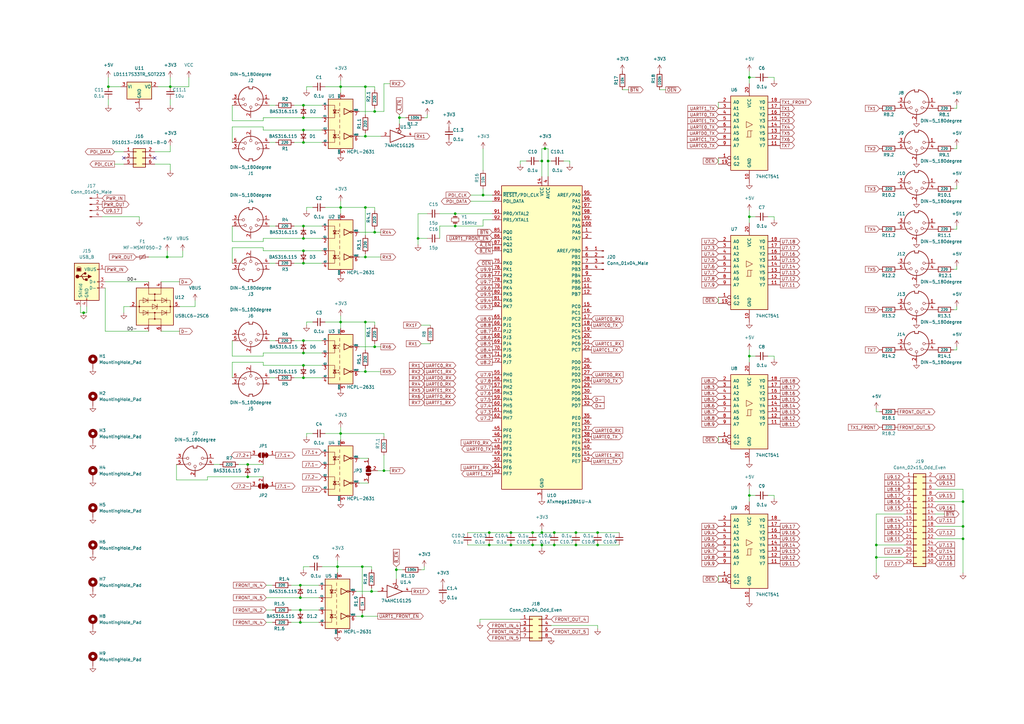
<source format=kicad_sch>
(kicad_sch (version 20230121) (generator eeschema)
  (paper "A3")
  (title_block (title "MIDI Router x7 (Rack Edition)"))
  (junction (at 236.22 223.52))
  (junction (at 222.25 66.04))
  (junction (at 124.46 107.95))
  (junction (at 34.29 128.27))
  (junction (at 359.41 228.6))
  (junction (at 359.41 223.52))
  (junction (at 222.25 218.44))
  (junction (at 200.66 218.44))
  (junction (at 198.12 80.01))
  (junction (at 149.86 132.08))
  (junction (at 123.19 240.03))
  (junction (at 124.46 154.94))
  (junction (at 162.56 233.68))
  (junction (at 124.46 97.79))
  (junction (at 307.34 146.05))
  (junction (at 124.46 149.86))
  (junction (at 101.6 195.58))
  (junction (at 124.46 92.71))
  (junction (at 236.22 218.44))
  (junction (at 209.55 223.52))
  (junction (at 394.97 220.98))
  (junction (at 209.55 218.44))
  (junction (at 139.7 177.8))
  (junction (at 186.69 87.63))
  (junction (at 149.86 85.09))
  (junction (at 149.86 105.41))
  (junction (at 124.46 102.87))
  (junction (at 123.19 250.19))
  (junction (at 68.58 105.41))
  (junction (at 124.46 48.26))
  (junction (at 153.67 45.72))
  (junction (at 139.7 35.56))
  (junction (at 223.52 60.96))
  (junction (at 307.34 31.75))
  (junction (at 149.86 55.88))
  (junction (at 227.33 223.52))
  (junction (at 218.44 223.52))
  (junction (at 139.7 132.08))
  (junction (at 171.45 97.79))
  (junction (at 124.46 43.18))
  (junction (at 149.86 35.56))
  (junction (at 394.97 205.74))
  (junction (at 200.66 223.52))
  (junction (at 394.97 215.9))
  (junction (at 44.45 35.56))
  (junction (at 163.83 48.26))
  (junction (at 123.19 255.27))
  (junction (at 152.4 242.57))
  (junction (at 69.85 35.56))
  (junction (at 124.46 144.78))
  (junction (at 245.11 218.44))
  (junction (at 245.11 223.52))
  (junction (at 123.19 245.11))
  (junction (at 157.48 193.04))
  (junction (at 148.59 252.73))
  (junction (at 153.67 95.25))
  (junction (at 227.33 218.44))
  (junction (at 186.69 92.71))
  (junction (at 149.86 152.4))
  (junction (at 138.43 232.41))
  (junction (at 224.79 66.04))
  (junction (at 148.59 232.41))
  (junction (at 101.6 190.5))
  (junction (at 139.7 85.09))
  (junction (at 124.46 58.42))
  (junction (at 307.34 203.2))
  (junction (at 218.44 218.44))
  (junction (at 222.25 223.52))
  (junction (at 153.67 142.24))
  (junction (at 124.46 53.34))
  (junction (at 307.34 88.9))
  (junction (at 124.46 139.7))
  (no_connect (at 50.8 64.77))
  (no_connect (at 63.5 64.77))
  (wire (pts (xy 149.86 152.4) (xy 156.21 152.4)))
  (wire (pts (xy 146.05 242.57) (xy 152.4 242.57)))
  (wire (pts (xy 147.32 152.4) (xy 149.86 152.4)))
  (wire (pts (xy 163.83 48.26) (xy 163.83 50.8)))
  (wire (pts (xy 95.25 148.59) (xy 107.95 148.59)))
  (wire (pts (xy 175.26 87.63) (xy 171.45 87.63)))
  (wire (pts (xy 132.08 232.41) (xy 138.43 232.41)))
  (wire (pts (xy 153.67 132.08) (xy 153.67 133.35)))
  (wire (pts (xy 317.5 31.75) (xy 317.5 33.02)))
  (wire (pts (xy 172.72 233.68) (xy 173.99 233.68)))
  (wire (pts (xy 392.43 93.98) (xy 392.43 92.71)))
  (wire (pts (xy 180.34 97.79) (xy 180.34 92.71)))
  (wire (pts (xy 43.18 118.11) (xy 43.18 135.89)))
  (wire (pts (xy 149.86 55.88) (xy 156.21 55.88)))
  (wire (pts (xy 95.25 107.95) (xy 95.25 101.6)))
  (wire (pts (xy 69.85 40.64) (xy 69.85 43.18)))
  (wire (pts (xy 125.73 132.08) (xy 128.27 132.08)))
  (wire (pts (xy 394.97 215.9) (xy 394.97 220.98)))
  (wire (pts (xy 359.41 223.52) (xy 370.84 223.52)))
  (wire (pts (xy 44.45 31.75) (xy 44.45 35.56)))
  (wire (pts (xy 107.95 53.34) (xy 124.46 53.34)))
  (wire (pts (xy 147.32 142.24) (xy 153.67 142.24)))
  (wire (pts (xy 191.77 223.52) (xy 200.66 223.52)))
  (wire (pts (xy 95.25 139.7) (xy 95.25 146.05)))
  (wire (pts (xy 110.49 58.42) (xy 113.03 58.42)))
  (wire (pts (xy 148.59 252.73) (xy 154.94 252.73)))
  (wire (pts (xy 314.96 31.75) (xy 317.5 31.75)))
  (wire (pts (xy 124.46 48.26) (xy 132.08 48.26)))
  (wire (pts (xy 149.86 35.56) (xy 149.86 46.99)))
  (wire (pts (xy 157.48 45.72) (xy 157.48 34.29)))
  (wire (pts (xy 125.73 36.83) (xy 125.73 35.56)))
  (wire (pts (xy 66.04 135.89) (xy 73.66 135.89)))
  (wire (pts (xy 46.99 62.23) (xy 50.8 62.23)))
  (wire (pts (xy 307.34 88.9) (xy 309.88 88.9)))
  (wire (pts (xy 95.25 154.94) (xy 95.25 148.59)))
  (wire (pts (xy 133.35 177.8) (xy 139.7 177.8)))
  (wire (pts (xy 307.34 203.2) (xy 307.34 205.74)))
  (wire (pts (xy 209.55 218.44) (xy 218.44 218.44)))
  (wire (pts (xy 198.12 92.71) (xy 186.69 92.71)))
  (wire (pts (xy 198.12 77.47) (xy 198.12 80.01)))
  (wire (pts (xy 123.19 250.19) (xy 130.81 250.19)))
  (wire (pts (xy 120.65 43.18) (xy 124.46 43.18)))
  (wire (pts (xy 149.86 132.08) (xy 149.86 143.51)))
  (wire (pts (xy 69.85 35.56) (xy 77.47 35.56)))
  (wire (pts (xy 109.22 255.27) (xy 111.76 255.27)))
  (wire (pts (xy 153.67 85.09) (xy 153.67 86.36)))
  (wire (pts (xy 95.25 43.18) (xy 95.25 49.53)))
  (wire (pts (xy 69.85 62.23) (xy 69.85 59.69)))
  (wire (pts (xy 119.38 255.27) (xy 123.19 255.27)))
  (wire (pts (xy 383.54 215.9) (xy 394.97 215.9)))
  (wire (pts (xy 391.16 60.96) (xy 392.43 60.96)))
  (wire (pts (xy 307.34 146.05) (xy 307.34 148.59)))
  (wire (pts (xy 63.5 62.23) (xy 69.85 62.23)))
  (wire (pts (xy 193.04 80.01) (xy 198.12 80.01)))
  (wire (pts (xy 162.56 233.68) (xy 165.1 233.68)))
  (wire (pts (xy 124.46 149.86) (xy 132.08 149.86)))
  (wire (pts (xy 107.95 149.86) (xy 124.46 149.86)))
  (wire (pts (xy 109.22 245.11) (xy 123.19 245.11)))
  (wire (pts (xy 107.95 48.26) (xy 124.46 48.26)))
  (wire (pts (xy 222.25 218.44) (xy 227.33 218.44)))
  (wire (pts (xy 110.49 92.71) (xy 113.03 92.71)))
  (wire (pts (xy 392.43 60.96) (xy 392.43 59.69)))
  (wire (pts (xy 124.46 232.41) (xy 127 232.41)))
  (wire (pts (xy 123.19 245.11) (xy 130.81 245.11)))
  (wire (pts (xy 124.46 92.71) (xy 132.08 92.71)))
  (wire (pts (xy 173.99 48.26) (xy 175.26 48.26)))
  (wire (pts (xy 74.93 102.87) (xy 74.93 105.41)))
  (wire (pts (xy 107.95 148.59) (xy 107.95 149.86)))
  (wire (pts (xy 148.59 232.41) (xy 148.59 243.84)))
  (wire (pts (xy 200.66 223.52) (xy 209.55 223.52)))
  (wire (pts (xy 152.4 232.41) (xy 152.4 233.68)))
  (wire (pts (xy 294.64 179.07) (xy 294.64 181.61)))
  (wire (pts (xy 180.34 87.63) (xy 186.69 87.63)))
  (wire (pts (xy 133.35 35.56) (xy 139.7 35.56)))
  (wire (pts (xy 307.34 31.75) (xy 309.88 31.75)))
  (wire (pts (xy 139.7 33.02) (xy 139.7 35.56)))
  (wire (pts (xy 125.73 85.09) (xy 128.27 85.09)))
  (wire (pts (xy 95.25 146.05) (xy 107.95 146.05)))
  (wire (pts (xy 95.25 99.06) (xy 107.95 99.06)))
  (wire (pts (xy 107.95 52.07) (xy 107.95 53.34)))
  (wire (pts (xy 72.39 190.5) (xy 72.39 196.85)))
  (wire (pts (xy 317.5 146.05) (xy 317.5 147.32)))
  (wire (pts (xy 110.49 43.18) (xy 113.03 43.18)))
  (wire (pts (xy 139.7 85.09) (xy 149.86 85.09)))
  (wire (pts (xy 163.83 46.99) (xy 163.83 48.26)))
  (wire (pts (xy 307.34 143.51) (xy 307.34 146.05)))
  (wire (pts (xy 213.36 254) (xy 196.85 254)))
  (wire (pts (xy 124.46 97.79) (xy 132.08 97.79)))
  (wire (pts (xy 307.34 203.2) (xy 309.88 203.2)))
  (wire (pts (xy 391.16 127) (xy 392.43 127)))
  (wire (pts (xy 133.35 132.08) (xy 139.7 132.08)))
  (wire (pts (xy 101.6 195.58) (xy 107.95 195.58)))
  (wire (pts (xy 125.73 177.8) (xy 128.27 177.8)))
  (wire (pts (xy 173.99 233.68) (xy 173.99 232.41)))
  (wire (pts (xy 360.68 168.91) (xy 359.41 168.91)))
  (wire (pts (xy 95.25 58.42) (xy 95.25 52.07)))
  (wire (pts (xy 147.32 187.96) (xy 151.13 187.96)))
  (wire (pts (xy 138.43 232.41) (xy 148.59 232.41)))
  (wire (pts (xy 391.16 110.49) (xy 392.43 110.49)))
  (wire (pts (xy 226.06 256.54) (xy 245.11 256.54)))
  (wire (pts (xy 139.7 177.8) (xy 157.48 177.8)))
  (wire (pts (xy 245.11 256.54) (xy 245.11 257.81)))
  (wire (pts (xy 46.99 67.31) (xy 50.8 67.31)))
  (wire (pts (xy 294.64 64.77) (xy 294.64 67.31)))
  (wire (pts (xy 294.64 121.92) (xy 294.64 124.46)))
  (wire (pts (xy 394.97 200.66) (xy 394.97 205.74)))
  (wire (pts (xy 147.32 105.41) (xy 149.86 105.41)))
  (wire (pts (xy 314.96 203.2) (xy 317.5 203.2)))
  (wire (pts (xy 64.77 35.56) (xy 69.85 35.56)))
  (wire (pts (xy 222.25 223.52) (xy 227.33 223.52)))
  (wire (pts (xy 125.73 133.35) (xy 125.73 132.08)))
  (wire (pts (xy 200.66 218.44) (xy 209.55 218.44)))
  (wire (pts (xy 294.64 41.91) (xy 294.64 44.45)))
  (wire (pts (xy 180.34 92.71) (xy 186.69 92.71)))
  (wire (pts (xy 270.51 36.83) (xy 273.05 36.83)))
  (wire (pts (xy 33.02 125.73) (xy 33.02 128.27)))
  (wire (pts (xy 124.46 53.34) (xy 132.08 53.34)))
  (wire (pts (xy 124.46 154.94) (xy 132.08 154.94)))
  (wire (pts (xy 95.25 52.07) (xy 107.95 52.07)))
  (wire (pts (xy 139.7 85.09) (xy 139.7 87.63)))
  (wire (pts (xy 153.67 44.45) (xy 153.67 45.72)))
  (wire (pts (xy 124.46 58.42) (xy 132.08 58.42)))
  (wire (pts (xy 175.26 97.79) (xy 171.45 97.79)))
  (wire (pts (xy 224.79 66.04) (xy 224.79 60.96)))
  (wire (pts (xy 171.45 87.63) (xy 171.45 97.79)))
  (wire (pts (xy 162.56 232.41) (xy 162.56 233.68)))
  (wire (pts (xy 153.67 140.97) (xy 153.67 142.24)))
  (wire (pts (xy 359.41 210.82) (xy 359.41 223.52)))
  (wire (pts (xy 149.86 54.61) (xy 149.86 55.88)))
  (wire (pts (xy 119.38 250.19) (xy 123.19 250.19)))
  (wire (pts (xy 107.95 146.05) (xy 107.95 144.78)))
  (wire (pts (xy 125.73 35.56) (xy 128.27 35.56)))
  (wire (pts (xy 57.15 88.9) (xy 57.15 90.17)))
  (wire (pts (xy 171.45 97.79) (xy 171.45 100.33)))
  (wire (pts (xy 139.7 132.08) (xy 149.86 132.08)))
  (wire (pts (xy 227.33 218.44) (xy 236.22 218.44)))
  (wire (pts (xy 119.38 240.03) (xy 123.19 240.03)))
  (wire (pts (xy 138.43 229.87) (xy 138.43 232.41)))
  (wire (pts (xy 124.46 107.95) (xy 132.08 107.95)))
  (wire (pts (xy 175.26 48.26) (xy 175.26 46.99)))
  (wire (pts (xy 139.7 132.08) (xy 139.7 134.62)))
  (wire (pts (xy 392.43 127) (xy 392.43 125.73)))
  (wire (pts (xy 120.65 58.42) (xy 124.46 58.42)))
  (wire (pts (xy 147.32 198.12) (xy 151.13 198.12)))
  (wire (pts (xy 101.6 190.5) (xy 107.95 190.5)))
  (wire (pts (xy 120.65 107.95) (xy 124.46 107.95)))
  (wire (pts (xy 392.43 44.45) (xy 392.43 43.18)))
  (wire (pts (xy 107.95 101.6) (xy 107.95 102.87)))
  (wire (pts (xy 120.65 92.71) (xy 124.46 92.71)))
  (wire (pts (xy 95.25 101.6) (xy 107.95 101.6)))
  (wire (pts (xy 201.93 90.17) (xy 198.12 90.17)))
  (wire (pts (xy 255.27 36.83) (xy 257.81 36.83)))
  (wire (pts (xy 109.22 250.19) (xy 111.76 250.19)))
  (wire (pts (xy 139.7 129.54) (xy 139.7 132.08)))
  (wire (pts (xy 149.86 104.14) (xy 149.86 105.41)))
  (wire (pts (xy 97.79 190.5) (xy 101.6 190.5)))
  (wire (pts (xy 224.79 72.39) (xy 224.79 66.04)))
  (wire (pts (xy 236.22 218.44) (xy 245.11 218.44)))
  (wire (pts (xy 186.69 87.63) (xy 201.93 87.63)))
  (wire (pts (xy 314.96 88.9) (xy 317.5 88.9)))
  (wire (pts (xy 107.95 49.53) (xy 107.95 48.26)))
  (wire (pts (xy 209.55 223.52) (xy 218.44 223.52)))
  (wire (pts (xy 222.25 60.96) (xy 223.52 60.96)))
  (wire (pts (xy 95.25 49.53) (xy 107.95 49.53)))
  (wire (pts (xy 222.25 223.52) (xy 222.25 224.79)))
  (wire (pts (xy 231.14 66.04) (xy 233.68 66.04)))
  (wire (pts (xy 107.95 99.06) (xy 107.95 97.79)))
  (wire (pts (xy 152.4 242.57) (xy 154.94 242.57)))
  (wire (pts (xy 383.54 200.66) (xy 394.97 200.66)))
  (wire (pts (xy 73.66 125.73) (xy 80.01 125.73)))
  (wire (pts (xy 123.19 255.27) (xy 130.81 255.27)))
  (wire (pts (xy 307.34 200.66) (xy 307.34 203.2)))
  (wire (pts (xy 44.45 40.64) (xy 44.45 43.18)))
  (wire (pts (xy 109.22 240.03) (xy 111.76 240.03)))
  (wire (pts (xy 236.22 223.52) (xy 245.11 223.52)))
  (wire (pts (xy 110.49 154.94) (xy 113.03 154.94)))
  (wire (pts (xy 68.58 105.41) (xy 68.58 102.87)))
  (wire (pts (xy 222.25 66.04) (xy 222.25 60.96)))
  (wire (pts (xy 198.12 80.01) (xy 201.93 80.01)))
  (wire (pts (xy 163.83 48.26) (xy 166.37 48.26)))
  (wire (pts (xy 227.33 223.52) (xy 236.22 223.52)))
  (wire (pts (xy 66.04 115.57) (xy 73.66 115.57)))
  (wire (pts (xy 153.67 45.72) (xy 157.48 45.72)))
  (wire (pts (xy 33.02 128.27) (xy 34.29 128.27)))
  (wire (pts (xy 245.11 223.52) (xy 254 223.52)))
  (wire (pts (xy 146.05 252.73) (xy 148.59 252.73)))
  (wire (pts (xy 317.5 88.9) (xy 317.5 90.17)))
  (wire (pts (xy 153.67 93.98) (xy 153.67 95.25)))
  (wire (pts (xy 124.46 144.78) (xy 132.08 144.78)))
  (wire (pts (xy 124.46 139.7) (xy 132.08 139.7)))
  (wire (pts (xy 147.32 95.25) (xy 153.67 95.25)))
  (wire (pts (xy 391.16 44.45) (xy 392.43 44.45)))
  (wire (pts (xy 193.04 82.55) (xy 201.93 82.55)))
  (wire (pts (xy 153.67 35.56) (xy 153.67 36.83)))
  (wire (pts (xy 85.09 195.58) (xy 101.6 195.58)))
  (wire (pts (xy 72.39 196.85) (xy 85.09 196.85)))
  (wire (pts (xy 191.77 218.44) (xy 200.66 218.44)))
  (wire (pts (xy 196.85 254) (xy 196.85 255.27)))
  (wire (pts (xy 77.47 35.56) (xy 77.47 31.75)))
  (wire (pts (xy 41.91 88.9) (xy 57.15 88.9)))
  (wire (pts (xy 35.56 128.27) (xy 34.29 128.27)))
  (wire (pts (xy 359.41 228.6) (xy 370.84 228.6)))
  (wire (pts (xy 139.7 82.55) (xy 139.7 85.09)))
  (wire (pts (xy 80.01 125.73) (xy 80.01 123.19)))
  (wire (pts (xy 162.56 233.68) (xy 162.56 237.49)))
  (wire (pts (xy 149.86 85.09) (xy 153.67 85.09)))
  (wire (pts (xy 69.85 31.75) (xy 69.85 35.56)))
  (wire (pts (xy 394.97 205.74) (xy 394.97 215.9)))
  (wire (pts (xy 224.79 66.04) (xy 226.06 66.04)))
  (wire (pts (xy 74.93 105.41) (xy 68.58 105.41)))
  (wire (pts (xy 307.34 31.75) (xy 307.34 34.29)))
  (wire (pts (xy 107.95 97.79) (xy 124.46 97.79)))
  (wire (pts (xy 222.25 72.39) (xy 222.25 66.04)))
  (wire (pts (xy 198.12 60.96) (xy 198.12 69.85)))
  (wire (pts (xy 383.54 220.98) (xy 394.97 220.98)))
  (wire (pts (xy 87.63 190.5) (xy 90.17 190.5)))
  (wire (pts (xy 124.46 233.68) (xy 124.46 232.41)))
  (wire (pts (xy 157.48 193.04) (xy 160.02 193.04)))
  (wire (pts (xy 392.43 143.51) (xy 392.43 142.24)))
  (wire (pts (xy 139.7 35.56) (xy 149.86 35.56)))
  (wire (pts (xy 307.34 88.9) (xy 307.34 91.44)))
  (wire (pts (xy 120.65 139.7) (xy 124.46 139.7)))
  (wire (pts (xy 125.73 86.36) (xy 125.73 85.09)))
  (wire (pts (xy 35.56 125.73) (xy 35.56 128.27)))
  (wire (pts (xy 138.43 232.41) (xy 138.43 234.95)))
  (wire (pts (xy 124.46 102.87) (xy 132.08 102.87)))
  (wire (pts (xy 218.44 218.44) (xy 222.25 218.44)))
  (wire (pts (xy 317.5 203.2) (xy 317.5 204.47)))
  (wire (pts (xy 139.7 175.26) (xy 139.7 177.8)))
  (wire (pts (xy 69.85 67.31) (xy 69.85 69.85)))
  (wire (pts (xy 149.86 132.08) (xy 153.67 132.08)))
  (wire (pts (xy 153.67 95.25) (xy 156.21 95.25)))
  (wire (pts (xy 43.18 115.57) (xy 60.96 115.57)))
  (wire (pts (xy 110.49 139.7) (xy 113.03 139.7)))
  (wire (pts (xy 147.32 55.88) (xy 149.86 55.88)))
  (wire (pts (xy 95.25 92.71) (xy 95.25 99.06)))
  (wire (pts (xy 60.96 105.41) (xy 68.58 105.41)))
  (wire (pts (xy 149.86 35.56) (xy 153.67 35.56)))
  (wire (pts (xy 213.36 66.04) (xy 215.9 66.04)))
  (wire (pts (xy 383.54 210.82) (xy 387.35 210.82)))
  (wire (pts (xy 391.16 93.98) (xy 392.43 93.98)))
  (wire (pts (xy 224.79 60.96) (xy 223.52 60.96)))
  (wire (pts (xy 222.25 217.17) (xy 222.25 218.44)))
  (wire (pts (xy 120.65 154.94) (xy 124.46 154.94)))
  (wire (pts (xy 107.95 102.87) (xy 124.46 102.87)))
  (wire (pts (xy 123.19 240.03) (xy 130.81 240.03)))
  (wire (pts (xy 107.95 144.78) (xy 124.46 144.78)))
  (wire (pts (xy 133.35 85.09) (xy 139.7 85.09)))
  (wire (pts (xy 148.59 232.41) (xy 152.4 232.41)))
  (wire (pts (xy 359.41 168.91) (xy 359.41 167.64)))
  (wire (pts (xy 147.32 45.72) (xy 153.67 45.72)))
  (wire (pts (xy 391.16 77.47) (xy 392.43 77.47)))
  (wire (pts (xy 383.54 205.74) (xy 394.97 205.74)))
  (wire (pts (xy 50.8 125.73) (xy 53.34 125.73)))
  (wire (pts (xy 172.72 133.35) (xy 176.53 133.35)))
  (wire (pts (xy 233.68 66.04) (xy 233.68 67.31)))
  (wire (pts (xy 154.94 193.04) (xy 157.48 193.04)))
  (wire (pts (xy 139.7 35.56) (xy 139.7 38.1)))
  (wire (pts (xy 220.98 66.04) (xy 222.25 66.04)))
  (wire (pts (xy 149.86 105.41) (xy 156.21 105.41)))
  (wire (pts (xy 125.73 179.07) (xy 125.73 177.8)))
  (wire (pts (xy 394.97 220.98) (xy 394.97 234.95)))
  (wire (pts (xy 157.48 177.8) (xy 157.48 179.07)))
  (wire (pts (xy 149.86 85.09) (xy 149.86 96.52)))
  (wire (pts (xy 43.18 135.89) (xy 60.96 135.89)))
  (wire (pts (xy 307.34 86.36) (xy 307.34 88.9)))
  (wire (pts (xy 392.43 110.49) (xy 392.43 109.22)))
  (wire (pts (xy 307.34 29.21) (xy 307.34 31.75)))
  (wire (pts (xy 152.4 241.3) (xy 152.4 242.57)))
  (wire (pts (xy 213.36 67.31) (xy 213.36 66.04)))
  (wire (pts (xy 157.48 34.29) (xy 160.02 34.29)))
  (wire (pts (xy 172.72 140.97) (xy 176.53 140.97)))
  (wire (pts (xy 307.34 146.05) (xy 309.88 146.05)))
  (wire (pts (xy 314.96 146.05) (xy 317.5 146.05)))
  (wire (pts (xy 359.41 223.52) (xy 359.41 228.6)))
  (wire (pts (xy 149.86 151.13) (xy 149.86 152.4)))
  (wire (pts (xy 294.64 236.22) (xy 294.64 238.76)))
  (wire (pts (xy 124.46 43.18) (xy 132.08 43.18)))
  (wire (pts (xy 245.11 218.44) (xy 254 218.44)))
  (wire (pts (xy 44.45 35.56) (xy 49.53 35.56)))
  (wire (pts (xy 198.12 90.17) (xy 198.12 92.71)))
  (wire (pts (xy 370.84 210.82) (xy 359.41 210.82)))
  (wire (pts (xy 157.48 186.69) (xy 157.48 193.04)))
  (wire (pts (xy 392.43 77.47) (xy 392.43 76.2)))
  (wire (pts (xy 359.41 228.6) (xy 359.41 234.95)))
  (wire (pts (xy 218.44 223.52) (xy 222.25 223.52)))
  (wire (pts (xy 110.49 107.95) (xy 113.03 107.95)))
  (wire (pts (xy 50.8 128.27) (xy 50.8 125.73)))
  (wire (pts (xy 148.59 251.46) (xy 148.59 252.73)))
  (wire (pts (xy 139.7 177.8) (xy 139.7 180.34)))
  (wire (pts (xy 85.09 196.85) (xy 85.09 195.58)))
  (wire (pts (xy 391.16 143.51) (xy 392.43 143.51)))
  (wire (pts (xy 63.5 67.31) (xy 69.85 67.31)))
  (wire (pts (xy 153.67 142.24) (xy 156.21 142.24)))
  (label "D0-" (at 52.07 135.89 0))
  (label "D0+" (at 52.07 115.57 0))
  (global_label "~{OEN}" (shape input) (at 294.64 123.19 180) (property "Intersheetrefs" "${INTERSHEET_REFS}" (effects hide)))
  (global_label "U8.17" (shape input) (at 370.84 203.2 180) (property "Intersheetrefs" "${INTERSHEET_REFS}" (effects hide)))
  (global_label "TX5" (shape input) (at 360.68 110.49 180) (property "Intersheetrefs" "${INTERSHEET_REFS}" (effects hide)))
  (global_label "UARTF0_TX" (shape output) (at 201.93 184.15 180) (property "Intersheetrefs" "${INTERSHEET_REFS}" (effects hide)))
  (global_label "U8.6" (shape input) (at 294.64 166.37 180) (property "Intersheetrefs" "${INTERSHEET_REFS}" (effects hide)))
  (global_label "U7.13" (shape input) (at 383.54 223.52 0) (property "Intersheetrefs" "${INTERSHEET_REFS}" (effects hide)))
  (global_label "U8.13" (shape output) (at 320.04 168.91 0) (property "Intersheetrefs" "${INTERSHEET_REFS}" (effects hide)))
  (global_label "U7.2" (shape input) (at 294.64 99.06 180) (property "Intersheetrefs" "${INTERSHEET_REFS}" (effects hide)))
  (global_label "PWR_OUT" (shape output) (at 41.91 83.82 0) (property "Intersheetrefs" "${INTERSHEET_REFS}" (effects hide)))
  (global_label "U7.6" (shape input) (at 294.64 109.22 180) (property "Intersheetrefs" "${INTERSHEET_REFS}" (effects hide)))
  (global_label "U7.4" (shape input) (at 294.64 104.14 180) (property "Intersheetrefs" "${INTERSHEET_REFS}" (effects hide)))
  (global_label "~{BTN}" (shape input) (at 201.93 95.25 180) (property "Intersheetrefs" "${INTERSHEET_REFS}" (effects hide)))
  (global_label "U7.16" (shape input) (at 383.54 231.14 0) (property "Intersheetrefs" "${INTERSHEET_REFS}" (effects hide)))
  (global_label "U8.16" (shape output) (at 320.04 161.29 0) (property "Intersheetrefs" "${INTERSHEET_REFS}" (effects hide)))
  (global_label "U7.13" (shape output) (at 320.04 111.76 0) (property "Intersheetrefs" "${INTERSHEET_REFS}" (effects hide)))
  (global_label "U7.17" (shape input) (at 370.84 231.14 180) (property "Intersheetrefs" "${INTERSHEET_REFS}" (effects hide)))
  (global_label "RX1F" (shape output) (at 168.91 242.57 0) (property "Intersheetrefs" "${INTERSHEET_REFS}" (effects hide)))
  (global_label "U8.18" (shape input) (at 370.84 200.66 180) (property "Intersheetrefs" "${INTERSHEET_REFS}" (effects hide)))
  (global_label "U8.5" (shape output) (at 201.93 140.97 180) (property "Intersheetrefs" "${INTERSHEET_REFS}" (effects hide)))
  (global_label "UARTD0_RX" (shape input) (at 242.57 153.67 0) (property "Intersheetrefs" "${INTERSHEET_REFS}" (effects hide)))
  (global_label "UARTF0_RX" (shape output) (at 173.99 162.56 0) (property "Intersheetrefs" "${INTERSHEET_REFS}" (effects hide)))
  (global_label "U9.9" (shape output) (at 201.93 110.49 180) (property "Intersheetrefs" "${INTERSHEET_REFS}" (effects hide)))
  (global_label "U9.16" (shape input) (at 383.54 208.28 0) (property "Intersheetrefs" "${INTERSHEET_REFS}" (effects hide)))
  (global_label "RX1" (shape input) (at 172.72 140.97 180) (property "Intersheetrefs" "${INTERSHEET_REFS}" (effects hide)))
  (global_label "TX2" (shape input) (at 360.68 60.96 180) (property "Intersheetrefs" "${INTERSHEET_REFS}" (effects hide)))
  (global_label "~{UART1_FRONT_EN}" (shape output) (at 154.94 252.73 0) (property "Intersheetrefs" "${INTERSHEET_REFS}" (effects hide)))
  (global_label "D-" (shape output) (at 73.66 135.89 0) (property "Intersheetrefs" "${INTERSHEET_REFS}" (effects hide)))
  (global_label "J7.1+" (shape output) (at 113.03 186.69 0) (property "Intersheetrefs" "${INTERSHEET_REFS}" (effects hide)))
  (global_label "U9.4" (shape output) (at 201.93 123.19 180) (property "Intersheetrefs" "${INTERSHEET_REFS}" (effects hide)))
  (global_label "U7.11" (shape output) (at 320.04 116.84 0) (property "Intersheetrefs" "${INTERSHEET_REFS}" (effects hide)))
  (global_label "UARTF0_TX" (shape input) (at 294.64 46.99 180) (property "Intersheetrefs" "${INTERSHEET_REFS}" (effects hide)))
  (global_label "U9.4" (shape input) (at 294.64 218.44 180) (property "Intersheetrefs" "${INTERSHEET_REFS}" (effects hide)))
  (global_label "U8.5" (shape input) (at 294.64 163.83 180) (property "Intersheetrefs" "${INTERSHEET_REFS}" (effects hide)))
  (global_label "U7.12" (shape output) (at 320.04 114.3 0) (property "Intersheetrefs" "${INTERSHEET_REFS}" (effects hide)))
  (global_label "FRONT_IN_2" (shape input) (at 109.22 250.19 180) (property "Intersheetrefs" "${INTERSHEET_REFS}" (effects hide)))
  (global_label "UARTE1_RX" (shape output) (at 173.99 160.02 0) (property "Intersheetrefs" "${INTERSHEET_REFS}" (effects hide)))
  (global_label "UARTF1_TX" (shape input) (at 294.64 44.45 180) (property "Intersheetrefs" "${INTERSHEET_REFS}" (effects hide)))
  (global_label "PWR_IN" (shape output) (at 43.18 110.49 0) (property "Intersheetrefs" "${INTERSHEET_REFS}" (effects hide)))
  (global_label "U9.14" (shape output) (at 320.04 223.52 0) (property "Intersheetrefs" "${INTERSHEET_REFS}" (effects hide)))
  (global_label "U7.17" (shape output) (at 320.04 101.6 0) (property "Intersheetrefs" "${INTERSHEET_REFS}" (effects hide)))
  (global_label "FRONT_IN_4" (shape input) (at 109.22 240.03 180) (property "Intersheetrefs" "${INTERSHEET_REFS}" (effects hide)))
  (global_label "UARTC1_RX" (shape input) (at 242.57 140.97 0) (property "Intersheetrefs" "${INTERSHEET_REFS}" (effects hide)))
  (global_label "D-" (shape input) (at 242.57 163.83 0) (property "Intersheetrefs" "${INTERSHEET_REFS}" (effects hide)))
  (global_label "U9.9" (shape input) (at 294.64 231.14 180) (property "Intersheetrefs" "${INTERSHEET_REFS}" (effects hide)))
  (global_label "~{OEN}" (shape output) (at 201.93 107.95 180) (property "Intersheetrefs" "${INTERSHEET_REFS}" (effects hide)))
  (global_label "TX1_FRONT" (shape output) (at 320.04 41.91 0) (property "Intersheetrefs" "${INTERSHEET_REFS}" (effects hide)))
  (global_label "U8.12" (shape input) (at 370.84 218.44 180) (property "Intersheetrefs" "${INTERSHEET_REFS}" (effects hide)))
  (global_label "J7.1-" (shape input) (at 132.08 190.5 180) (property "Intersheetrefs" "${INTERSHEET_REFS}" (effects hide)))
  (global_label "U7.3" (shape input) (at 294.64 101.6 180) (property "Intersheetrefs" "${INTERSHEET_REFS}" (effects hide)))
  (global_label "FRONT_OUT_5" (shape output) (at 368.3 175.26 0) (property "Intersheetrefs" "${INTERSHEET_REFS}" (effects hide)))
  (global_label "U7.8" (shape output) (at 201.93 156.21 180) (property "Intersheetrefs" "${INTERSHEET_REFS}" (effects hide)))
  (global_label "UARTE0_TX" (shape input) (at 294.64 52.07 180) (property "Intersheetrefs" "${INTERSHEET_REFS}" (effects hide)))
  (global_label "TX3" (shape input) (at 360.68 77.47 180) (property "Intersheetrefs" "${INTERSHEET_REFS}" (effects hide)))
  (global_label "J7.2-" (shape output) (at 102.87 199.39 180) (property "Intersheetrefs" "${INTERSHEET_REFS}" (effects hide)))
  (global_label "U8.14" (shape input) (at 370.84 213.36 180) (property "Intersheetrefs" "${INTERSHEET_REFS}" (effects hide)))
  (global_label "TX4" (shape output) (at 320.04 52.07 0) (property "Intersheetrefs" "${INTERSHEET_REFS}" (effects hide)))
  (global_label "UARTE0_RX" (shape input) (at 242.57 176.53 0) (property "Intersheetrefs" "${INTERSHEET_REFS}" (effects hide)))
  (global_label "U8.2" (shape output) (at 201.93 148.59 180) (property "Intersheetrefs" "${INTERSHEET_REFS}" (effects hide)))
  (global_label "U7.14" (shape output) (at 320.04 109.22 0) (property "Intersheetrefs" "${INTERSHEET_REFS}" (effects hide)))
  (global_label "U7.9" (shape output) (at 201.93 153.67 180) (property "Intersheetrefs" "${INTERSHEET_REFS}" (effects hide)))
  (global_label "U7.5" (shape input) (at 294.64 106.68 180) (property "Intersheetrefs" "${INTERSHEET_REFS}" (effects hide)))
  (global_label "U9.14" (shape input) (at 383.54 198.12 0) (property "Intersheetrefs" "${INTERSHEET_REFS}" (effects hide)))
  (global_label "J7.1-" (shape output) (at 113.03 199.39 0) (property "Intersheetrefs" "${INTERSHEET_REFS}" (effects hide)))
  (global_label "U7.8" (shape input) (at 294.64 114.3 180) (property "Intersheetrefs" "${INTERSHEET_REFS}" (effects hide)))
  (global_label "J7.2-" (shape input) (at 132.08 195.58 180) (property "Intersheetrefs" "${INTERSHEET_REFS}" (effects hide)))
  (global_label "RX4" (shape input) (at 173.99 157.48 180) (property "Intersheetrefs" "${INTERSHEET_REFS}" (effects hide)))
  (global_label "U8.4" (shape input) (at 294.64 161.29 180) (property "Intersheetrefs" "${INTERSHEET_REFS}" (effects hide)))
  (global_label "U8.17" (shape output) (at 320.04 158.75 0) (property "Intersheetrefs" "${INTERSHEET_REFS}" (effects hide)))
  (global_label "U9.7" (shape input) (at 294.64 226.06 180) (property "Intersheetrefs" "${INTERSHEET_REFS}" (effects hide)))
  (global_label "RX2" (shape output) (at 160.02 34.29 0) (property "Intersheetrefs" "${INTERSHEET_REFS}" (effects hide)))
  (global_label "UARTC0_TX" (shape input) (at 294.64 59.69 180) (property "Intersheetrefs" "${INTERSHEET_REFS}" (effects hide)))
  (global_label "U9.15" (shape output) (at 320.04 220.98 0) (property "Intersheetrefs" "${INTERSHEET_REFS}" (effects hide)))
  (global_label "U8.7" (shape output) (at 201.93 135.89 180) (property "Intersheetrefs" "${INTERSHEET_REFS}" (effects hide)))
  (global_label "FRONT_IN_5" (shape input) (at 109.22 245.11 180) (property "Intersheetrefs" "${INTERSHEET_REFS}" (effects hide)))
  (global_label "TX6" (shape output) (at 320.04 57.15 0) (property "Intersheetrefs" "${INTERSHEET_REFS}" (effects hide)))
  (global_label "U7.9" (shape input) (at 294.64 116.84 180) (property "Intersheetrefs" "${INTERSHEET_REFS}" (effects hide)))
  (global_label "U9.12" (shape input) (at 370.84 195.58 180) (property "Intersheetrefs" "${INTERSHEET_REFS}" (effects hide)))
  (global_label "U9.11" (shape input) (at 370.84 198.12 180) (property "Intersheetrefs" "${INTERSHEET_REFS}" (effects hide)))
  (global_label "RX2" (shape input) (at 173.99 152.4 180) (property "Intersheetrefs" "${INTERSHEET_REFS}" (effects hide)))
  (global_label "U7.7" (shape input) (at 294.64 111.76 180) (property "Intersheetrefs" "${INTERSHEET_REFS}" (effects hide)))
  (global_label "U9.17" (shape output) (at 320.04 215.9 0) (property "Intersheetrefs" "${INTERSHEET_REFS}" (effects hide)))
  (global_label "UARTC0_RX" (shape output) (at 173.99 149.86 0) (property "Intersheetrefs" "${INTERSHEET_REFS}" (effects hide)))
  (global_label "RX7" (shape input) (at 173.99 165.1 180) (property "Intersheetrefs" "${INTERSHEET_REFS}" (effects hide)))
  (global_label "UARTF1_TX" (shape output) (at 201.93 194.31 180) (property "Intersheetrefs" "${INTERSHEET_REFS}" (effects hide)))
  (global_label "U8.7" (shape input) (at 294.64 168.91 180) (property "Intersheetrefs" "${INTERSHEET_REFS}" (effects hide)))
  (global_label "RX3" (shape output) (at 156.21 105.41 0) (property "Intersheetrefs" "${INTERSHEET_REFS}" (effects hide)))
  (global_label "UARTF1_RX" (shape output) (at 173.99 165.1 0) (property "Intersheetrefs" "${INTERSHEET_REFS}" (effects hide)))
  (global_label "RX4" (shape output) (at 156.21 95.25 0) (property "Intersheetrefs" "${INTERSHEET_REFS}" (effects hide)))
  (global_label "PDI_DATA" (shape bidirectional) (at 193.04 82.55 180) (property "Intersheetrefs" "${INTERSHEET_REFS}" (effects hide)))
  (global_label "UARTF1_RX" (shape input) (at 201.93 191.77 180) (property "Intersheetrefs" "${INTERSHEET_REFS}" (effects hide)))
  (global_label "U8.4" (shape output) (at 201.93 143.51 180) (property "Intersheetrefs" "${INTERSHEET_REFS}" (effects hide)))
  (global_label "PWR_IN" (shape input) (at 41.91 81.28 0) (property "Intersheetrefs" "${INTERSHEET_REFS}" (effects hide)))
  (global_label "U9.15" (shape input) (at 383.54 203.2 0) (property "Intersheetrefs" "${INTERSHEET_REFS}" (effects hide)))
  (global_label "~{B_EN}" (shape input) (at 162.56 232.41 90) (property "Intersheetrefs" "${INTERSHEET_REFS}" (effects hide)))
  (global_label "FRONT_IN_2" (shape output) (at 213.36 259.08 180) (property "Intersheetrefs" "${INTERSHEET_REFS}" (effects hide)))
  (global_label "TX4" (shape input) (at 360.68 93.98 180) (property "Intersheetrefs" "${INTERSHEET_REFS}" (effects hide)))
  (global_label "TX6" (shape input) (at 360.68 127 180) (property "Intersheetrefs" "${INTERSHEET_REFS}" (effects hide)))
  (global_label "U9.8" (shape input) (at 294.64 228.6 180) (property "Intersheetrefs" "${INTERSHEET_REFS}" (effects hide)))
  (global_label "UARTD0_TX" (shape input) (at 294.64 54.61 180) (property "Intersheetrefs" "${INTERSHEET_REFS}" (effects hide)))
  (global_label "UARTF0_RX" (shape input) (at 201.93 181.61 180) (property "Intersheetrefs" "${INTERSHEET_REFS}" (effects hide)))
  (global_label "UARTE0_TX" (shape output) (at 242.57 179.07 0) (property "Intersheetrefs" "${INTERSHEET_REFS}" (effects hide)))
  (global_label "U7.12" (shape input) (at 383.54 218.44 0) (property "Intersheetrefs" "${INTERSHEET_REFS}" (effects hide)))
  (global_label "U7.6" (shape output) (at 201.93 161.29 180) (property "Intersheetrefs" "${INTERSHEET_REFS}" (effects hide)))
  (global_label "FRONT_OUT_4" (shape output) (at 368.3 168.91 0) (property "Intersheetrefs" "${INTERSHEET_REFS}" (effects hide)))
  (global_label "U9.13" (shape output) (at 320.04 226.06 0) (property "Intersheetrefs" "${INTERSHEET_REFS}" (effects hide)))
  (global_label "U8.18" (shape output) (at 320.04 156.21 0) (property "Intersheetrefs" "${INTERSHEET_REFS}" (effects hide)))
  (global_label "U7.18" (shape output) (at 320.04 99.06 0) (property "Intersheetrefs" "${INTERSHEET_REFS}" (effects hide)))
  (global_label "~{OEN}" (shape output) (at 273.05 36.83 0) (property "Intersheetrefs" "${INTERSHEET_REFS}" (effects hide)))
  (global_label "U8.9" (shape input) (at 294.64 173.99 180) (property "Intersheetrefs" "${INTERSHEET_REFS}" (effects hide)))
  (global_label "PDI_CLK" (shape output) (at 46.99 67.31 180) (property "Intersheetrefs" "${INTERSHEET_REFS}" (effects hide)))
  (global_label "RX3" (shape input) (at 173.99 154.94 180) (property "Intersheetrefs" "${INTERSHEET_REFS}" (effects hide)))
  (global_label "U9.6" (shape output) (at 201.93 118.11 180) (property "Intersheetrefs" "${INTERSHEET_REFS}" (effects hide)))
  (global_label "TX1" (shape output) (at 320.04 44.45 0) (property "Intersheetrefs" "${INTERSHEET_REFS}" (effects hide)))
  (global_label "FRONT_IN_5" (shape output) (at 213.36 261.62 180) (property "Intersheetrefs" "${INTERSHEET_REFS}" (effects hide)))
  (global_label "UARTE1_TX" (shape input) (at 294.64 49.53 180) (property "Intersheetrefs" "${INTERSHEET_REFS}" (effects hide)))
  (global_label "FRONT_IN_4" (shape input) (at 109.22 255.27 180) (property "Intersheetrefs" "${INTERSHEET_REFS}" (effects hide)))
  (global_label "U8.3" (shape input) (at 294.64 158.75 180) (property "Intersheetrefs" "${INTERSHEET_REFS}" (effects hide)))
  (global_label "~{OEN}" (shape input) (at 294.64 66.04 180) (property "Intersheetrefs" "${INTERSHEET_REFS}" (effects hide)))
  (global_label "TX1" (shape input) (at 360.68 44.45 180) (property "Intersheetrefs" "${INTERSHEET_REFS}" (effects hide)))
  (global_label "~{A_EN}" (shape input) (at 163.83 46.99 90) (property "Intersheetrefs" "${INTERSHEET_REFS}" (effects hide)))
  (global_label "U7.15" (shape input) (at 383.54 228.6 0) (property "Intersheetrefs" "${INTERSHEET_REFS}" (effects hide)))
  (global_label "U8.15" (shape output) (at 320.04 163.83 0) (property "Intersheetrefs" "${INTERSHEET_REFS}" (effects hide)))
  (global_label "U8.6" (shape output) (at 201.93 138.43 180) (property "Intersheetrefs" "${INTERSHEET_REFS}" (effects hide)))
  (global_label "~{UART1_FRONT_EN}" (shape input) (at 201.93 97.79 180) (property "Intersheetrefs" "${INTERSHEET_REFS}" (effects hide)))
  (global_label "U9.7" (shape output) (at 201.93 115.57 180) (property "Intersheetrefs" "${INTERSHEET_REFS}" (effects hide)))
  (global_label "UARTE1_RX" (shape input) (at 242.57 186.69 0) (property "Intersheetrefs" "${INTERSHEET_REFS}" (effects hide)))
  (global_label "~{A_EN}" (shape output) (at 201.93 100.33 180) (property "Intersheetrefs" "${INTERSHEET_REFS}" (effects hide)))
  (global_label "U8.8" (shape input) (at 294.64 171.45 180) (property "Intersheetrefs" "${INTERSHEET_REFS}" (effects hide)))
  (global_label "~{OEN}" (shape input) (at 294.64 237.49 180) (property "Intersheetrefs" "${INTERSHEET_REFS}" (effects hide)))
  (global_label "PDI_CLK" (shape input) (at 193.04 80.01 180) (property "Intersheetrefs" "${INTERSHEET_REFS}" (effects hide)))
  (global_label "U7.11" (shape input) (at 383.54 213.36 0) (property "Intersheetrefs" "${INTERSHEET_REFS}" (effects hide)))
  (global_label "UARTC1_TX" (shape input) (at 294.64 57.15 180) (property "Intersheetrefs" "${INTERSHEET_REFS}" (effects hide)))
  (global_label "TX2" (shape output) (at 320.04 46.99 0) (property "Intersheetrefs" "${INTERSHEET_REFS}" (effects hide)))
  (global_label "U7.16" (shape output) (at 320.04 104.14 0) (property "Intersheetrefs" "${INTERSHEET_REFS}" (effects hide)))
  (global_label "UARTE0_RX" (shape output) (at 173.99 157.48 0) (property "Intersheetrefs" "${INTERSHEET_REFS}" (effects hide)))
  (global_label "U8.9" (shape output) (at 201.93 130.81 180) (property "Intersheetrefs" "${INTERSHEET_REFS}" (effects hide)))
  (global_label "U7.5" (shape output) (at 201.93 163.83 180) (property "Intersheetrefs" "${INTERSHEET_REFS}" (effects hide)))
  (global_label "J7.1+" (shape input) (at 132.08 185.42 180) (property "Intersheetrefs" "${INTERSHEET_REFS}" (effects hide)))
  (global_label "UARTC0_RX" (shape input) (at 242.57 130.81 0) (property "Intersheetrefs" "${INTERSHEET_REFS}" (effects hide)))
  (global_label "UARTD0_TX" (shape output) (at 242.57 156.21 0) (property "Intersheetrefs" "${INTERSHEET_REFS}" (effects hide)))
  (global_label "TX5" (shape output) (at 320.04 54.61 0) (property "Intersheetrefs" "${INTERSHEET_REFS}" (effects hide)))
  (global_label "U7.2" (shape output) (at 201.93 171.45 180) (property "Intersheetrefs" "${INTERSHEET_REFS}" (effects hide)))
  (global_label "FRONT_OUT_4" (shape input) (at 226.06 254 0) (property "Intersheetrefs" "${INTERSHEET_REFS}" (effects hide)))
  (global_label "UARTC1_TX" (shape output) (at 242.57 143.51 0) (property "Intersheetrefs" "${INTERSHEET_REFS}" (effects hide)))
  (global_label "U8.11" (shape input) (at 370.84 220.98 180) (property "Intersheetrefs" "${INTERSHEET_REFS}" (effects hide)))
  (global_label "U9.11" (shape output) (at 320.04 231.14 0) (property "Intersheetrefs" "${INTERSHEET_REFS}" (effects hide)))
  (global_label "RX1" (shape output) (at 170.18 55.88 0) (property "Intersheetrefs" "${INTERSHEET_REFS}" (effects hide)))
  (global_label "U7.7" (shape output) (at 201.93 158.75 180) (property "Intersheetrefs" "${INTERSHEET_REFS}" (effects hide)))
  (global_label "RX1F" (shape input) (at 172.72 133.35 180) (property "Intersheetrefs" "${INTERSHEET_REFS}" (effects hide)))
  (global_label "RX1" (shape input) (at 173.99 149.86 180) (property "Intersheetrefs" "${INTERSHEET_REFS}" (effects hide)))
  (global_label "U9.8" (shape output) (at 201.93 113.03 180) (property "Intersheetrefs" "${INTERSHEET_REFS}" (effects hide)))
  (global_label "U7.4" (shape output) (at 201.93 166.37 180) (property "Intersheetrefs" "${INTERSHEET_REFS}" (effects hide)))
  (global_label "TX7" (shape input) (at 360.68 143.51 180) (property "Intersheetrefs" "${INTERSHEET_REFS}" (effects hide)))
  (global_label "U7.14" (shape input) (at 383.54 226.06 0) (property "Intersheetrefs" "${INTERSHEET_REFS}" (effects hide)))
  (global_label "D+" (shape input) (at 242.57 166.37 0) (property "Intersheetrefs" "${INTERSHEET_REFS}" (effects hide)))
  (global_label "UARTE1_TX" (shape output) (at 242.57 189.23 0) (property "Intersheetrefs" "${INTERSHEET_REFS}" (effects hide)))
  (global_label "U8.13" (shape input) (at 370.84 215.9 180) (property "Intersheetrefs" "${INTERSHEET_REFS}" (effects hide)))
  (global_label "PWR_OUT" (shape input) (at 55.88 105.41 180) (property "Intersheetrefs" "${INTERSHEET_REFS}" (effects hide)))
  (global_label "U8.15" (shape input) (at 370.84 208.28 180) (property "Intersheetrefs" "${INTERSHEET_REFS}" (effects hide)))
  (global_label "RX5" (shape input) (at 173.99 160.02 180) (property "Intersheetrefs" "${INTERSHEET_REFS}" (effects hide)))
  (global_label "UARTC0_TX" (shape output) (at 242.57 133.35 0) (property "Intersheetrefs" "${INTERSHEET_REFS}" (effects hide)))
  (global_label "U9.5" (shape output) (at 201.93 120.65 180) (property "Intersheetrefs" "${INTERSHEET_REFS}" (effects hide)))
  (global_label "U9.6" (shape input) (at 294.64 223.52 180) (property "Intersheetrefs" "${INTERSHEET_REFS}" (effects hide)))
  (global_label "U8.16" (shape input) (at 370.84 205.74 180) (property "Intersheetrefs" "${INTERSHEET_REFS}" (effects hide)))
  (global_label "J7.2+" (shape input) (at 132.08 200.66 180) (property "Intersheetrefs" "${INTERSHEET_REFS}" (effects hide)))
  (global_label "U7.18" (shape input) (at 370.84 226.06 180) (property "Intersheetrefs" "${INTERSHEET_REFS}" (effects hide)))
  (global_label "U9.16" (shape output) (at 320.04 218.44 0) (property "Intersheetrefs" "${INTERSHEET_REFS}" (effects hide)))
  (global_label "FRONT_IN_4" (shape output) (at 213.36 256.54 180) (property "Intersheetrefs" "${INTERSHEET_REFS}" (effects hide)))
  (global_label "U7.3" (shape output) (at 201.93 168.91 180) (property "Intersheetrefs" "${INTERSHEET_REFS}" (effects hide)))
  (global_label "U7.15" (shape output) (at 320.04 106.68 0) (property "Intersheetrefs" "${INTERSHEET_REFS}" (effects hide)))
  (global_label "U8.3" (shape output) (at 201.93 146.05 180) (property "Intersheetrefs" "${INTERSHEET_REFS}" (effects hide)))
  (global_label "U8.2" (shape input) (at 294.64 156.21 180) (property "Intersheetrefs" "${INTERSHEET_REFS}" (effects hide)))
  (global_label "U9.5" (shape input) (at 294.64 220.98 180) (property "Intersheetrefs" "${INTERSHEET_REFS}" (effects hide)))
  (global_label "~{OEN}" (shape input) (at 294.64 180.34 180) (property "Intersheetrefs" "${INTERSHEET_REFS}" (effects hide)))
  (global_label "U9.17" (shape input) (at 41.91 86.36 0) (property "Intersheetrefs" "${INTERSHEET_REFS}" (effects hide)))
  (global_label "FRONT_OUT_5" (shape input) (at 226.06 259.08 0) (property "Intersheetrefs" "${INTERSHEET_REFS}" (effects hide)))
  (global_label "TX3" (shape output) (at 320.04 49.53 0) (property "Intersheetrefs" "${INTERSHEET_REFS}" (effects hide)))
  (global_label "~{BTN}" (shape output) (at 257.81 36.83 0) (property "Intersheetrefs" "${INTERSHEET_REFS}" (effects hide)))
  (global_label "~{BTN}" (shape output) (at 387.35 210.82 0) (property "Intersheetrefs" "${INTERSHEET_REFS}" (effects hide)))
  (global_label "U9.3" (shape output) (at 201.93 125.73 180) (property "Intersheetrefs" "${INTERSHEET_REFS}" (effects hide)))
  (global_label "TX7" (shape output) (at 320.04 59.69 0) (property "Intersheetrefs" "${INTERSHEET_REFS}" (effects hide)))
  (global_label "UARTC1_RX" (shape output) (at 173.99 152.4 0) (property "Intersheetrefs" "${INTERSHEET_REFS}" (effects hide)))
  (global_label "U9.12" (shape output) (at 320.04 228.6 0) (property "Intersheetrefs" "${INTERSHEET_REFS}" (effects hide)))
  (global_label "RX6" (shape input) (at 173.99 162.56 180) (property "Intersheetrefs" "${INTERSHEET_REFS}" (effects hide)))
  (global_label "J7.2+" (shape output) (at 102.87 186.69 180) (property "Intersheetrefs" "${INTERSHEET_REFS}" (effects hide)))
  (global_label "U8.8" (shape output) (at 201.93 133.35 180) (property "Intersheetrefs" "${INTERSHEET_REFS}" (effects hide)))
  (global_label "U9.13" (shape input) (at 383.54 195.58 0) (property "Intersheetrefs" "${INTERSHEET_REFS}" (effects hide)))
  (global_label "U9.3" (shape input) (at 294.64 215.9 180) (property "Intersheetrefs" "${INTERSHEET_REFS}" (effects hide)))
  (global_label "U8.11" (shape output) (at 320.04 173.99 0) (property "Intersheetrefs" "${INTERSHEET_REFS}" (effects hide)))
  (global_label "TX1_FRONT" (shape input) (at 360.68 175.26 180) (property "Intersheetrefs" "${INTERSHEET_REFS}" (effects hide)))
  (global_label "RX7" (shape output) (at 160.02 193.04 0) (property "Intersheetrefs" "${INTERSHEET_REFS}" (effects hide)))
  (global_label "PDI_DATA" (shape bidirectional) (at 46.99 62.23 180) (property "Intersheetrefs" "${INTERSHEET_REFS}" (effects hide)))
  (global_label "RX5" (shape output) (at 156.21 152.4 0) (property "Intersheetrefs" "${INTERSHEET_REFS}" (effects hide)))
  (global_label "U8.12" (shape output) (at 320.04 171.45 0) (property "Intersheetrefs" "${INTERSHEET_REFS}" (effects hide)))
  (global_label "U8.14" (shape output) (at 320.04 166.37 0) (property "Intersheetrefs" "${INTERSHEET_REFS}" (effects hide)))
  (global_label "RX6" (shape output) (at 156.21 142.24 0) (property "Intersheetrefs" "${INTERSHEET_REFS}" (effects hide)))
  (global_label "D+" (shape output) (at 73.66 115.57 0) (property "Intersheetrefs" "${INTERSHEET_REFS}" (effects hide)))
  (global_label "~{B_EN}" (shape output) (at 201.93 102.87 180) (property "Intersheetrefs" "${INTERSHEET_REFS}" (effects hide)))
  (global_label "UARTD0_RX" (shape output) (at 173.99 154.94 0) (property "Intersheetrefs" "${INTERSHEET_REFS}" (effects hide)))
  (symbol (lib_id "Device:C_Small") (at 130.81 85.09 90) (unit 1)
    (property "Reference" "C2" (at 130.81 81.28 90))
    (property "Value" "0.1u" (at 130.81 88.9 90))
    (property "Footprint" "Capacitor_SMD:C_0805_2012Metric" (effects hide))
  )
  (symbol (lib_id "Device:C_Small") (at 69.85 38.1 180) (unit 1)
    (property "Reference" "C11.1" (at 73.66 36.83 0))
    (property "Value" "10u" (at 73.66 39.37 0))
    (property "Footprint" "Capacitor_SMD:C_0805_2012Metric" (effects hide))
  )
  (symbol (lib_id "Connector:Conn_01x04_Male") (at 36.83 83.82 0) (unit 1)
    (property "Reference" "J17" (at 37.465 76.2 0))
    (property "Value" "Conn_01x04_Male" (at 37.465 78.74 0))
    (property "Footprint" "Connector_JST:JST_EH_B4B-EH-A_1x04_P2.50mm_Vertical" (effects hide))
  )
  (symbol (lib_id "power:+5V") (at 307.34 200.66 0) (unit 1)
    (property "Reference" "#PWR0106" (effects hide))
    (property "Value" "+5V" (at 307.34 195.58 0))
  )
  (symbol (lib_id "power:+5V") (at 307.34 86.36 0) (unit 1)
    (property "Reference" "#PWR0146" (effects hide))
    (property "Value" "+5V" (at 307.34 81.28 0))
  )
  (symbol (lib_id "power:+3.3V") (at 139.7 129.54 0) (unit 1)
    (property "Reference" "#PWR0133" (effects hide))
    (property "Value" "+3.3V" (at 139.7 124.46 0))
  )
  (symbol (lib_id "Device:R") (at 116.84 43.18 270) (unit 1)
    (property "Reference" "R2" (at 115.57 40.64 90) (effects (justify left)))
    (property "Value" "220" (at 116.84 43.18 90) (effects (font (size 1 1))))
    (property "Footprint" "Resistor_SMD:R_0805_2012Metric" (effects hide))
  )
  (symbol (lib_id "Jumper:SolderJumper_3_Bridged12") (at 151.13 193.04 90) (mirror x) (unit 1)
    (property "Reference" "JP3" (at 148.59 193.0399 90) (effects (justify left)))
    (property "Value" "SolderJumper_3_Bridged12" (effects hide))
    (property "Footprint" "Jumper:SolderJumper-3_P1.3mm_Bridged12_RoundedPad1.0x1.5mm_NumberLabels" (effects hide))
  )
  (symbol (lib_id "power:GND") (at 38.1 151.13 0) (unit 1)
    (property "Reference" "#PWR0179" (effects hide))
    (property "Value" "GND" (effects hide))
  )
  (symbol (lib_id "Device:R") (at 387.35 77.47 270) (mirror x) (unit 1)
    (property "Reference" "R10.1" (at 387.35 80.01 90))
    (property "Value" "220" (at 387.35 77.47 90) (effects (font (size 1 1))))
    (property "Footprint" "Resistor_SMD:R_0805_2012Metric" (effects hide))
  )
  (symbol (lib_id "power:GND") (at 171.45 100.33 0) (unit 1)
    (property "Reference" "#PWR0101" (effects hide))
    (property "Value" "GND" (effects hide))
  )
  (symbol (lib_id "power:+5V") (at 392.43 59.69 0) (unit 1)
    (property "Reference" "#PWR0152" (effects hide))
    (property "Value" "+5V" (at 392.43 54.61 0))
  )
  (symbol (lib_id "Device:R") (at 115.57 255.27 90) (unit 1)
    (property "Reference" "R1.6" (at 116.84 257.81 90) (effects (justify left)))
    (property "Value" "220" (at 115.57 255.27 90) (effects (font (size 1 1))))
    (property "Footprint" "Resistor_SMD:R_0805_2012Metric" (effects hide))
  )
  (symbol (lib_id "Device:C_Small") (at 228.6 66.04 270) (mirror x) (unit 1)
    (property "Reference" "C10.1" (at 228.6 62.23 90))
    (property "Value" "0.1u" (at 228.6 69.85 90))
    (property "Footprint" "Capacitor_SMD:C_0805_2012Metric" (effects hide))
  )
  (symbol (lib_id "power:GND") (at 124.46 233.68 0) (unit 1)
    (property "Reference" "#PWR0109" (effects hide))
    (property "Value" "GND" (effects hide))
  )
  (symbol (lib_id "power:+3.3V") (at 198.12 60.96 0) (unit 1)
    (property "Reference" "#PWR0142" (effects hide))
    (property "Value" "+3.3V" (at 198.12 55.88 0))
  )
  (symbol (lib_id "power:+3.3V") (at 222.25 217.17 0) (unit 1)
    (property "Reference" "#PWR0119" (effects hide))
    (property "Value" "+3.3V" (at 222.25 212.09 0))
  )
  (symbol (lib_id "Device:D_Small") (at 124.46 152.4 270) (mirror x) (unit 1)
    (property "Reference" "D5" (at 129.54 152.4 90) (effects (justify right)))
    (property "Value" "BAS316.115" (at 121.92 152.4 90) (effects (justify right)))
    (property "Footprint" "Diode_SMD:D_SOD-323_HandSoldering" (effects hide))
  )
  (symbol (lib_id "74xx:74HCT541") (at 307.34 111.76 0) (unit 1)
    (property "Reference" "U7" (at 299.72 93.98 0) (effects (justify left)))
    (property "Value" "74HCT541" (at 309.88 129.54 0) (effects (justify left)))
    (property "Footprint" "Package_SO:TSSOP-20_4.4x6.5mm_P0.65mm" (effects hide))
    (property "Datasheet" "http://www.ti.com/lit/gpn/sn74HCT541" (effects hide))
  )
  (symbol (lib_id "Device:R") (at 364.49 143.51 270) (mirror x) (unit 1)
    (property "Reference" "R14.2" (at 364.49 146.05 90))
    (property "Value" "220" (at 364.49 143.51 90) (effects (font (size 1 1))))
    (property "Footprint" "Resistor_SMD:R_0805_2012Metric" (effects hide))
  )
  (symbol (lib_id "Connector_Generic:Conn_02x15_Odd_Even") (at 375.92 213.36 0) (unit 1)
    (property "Reference" "J19" (at 377.19 189.23 0))
    (property "Value" "Conn_02x15_Odd_Even" (at 377.19 191.77 0))
    (property "Footprint" "Connector_IDC:IDC-Header_2x15_P2.54mm_Vertical" (effects hide))
  )
  (symbol (lib_id "Connector:DIN-5_180degree") (at 102.87 157.48 0) (mirror y) (unit 1)
    (property "Reference" "J5" (at 102.8699 167.64 0))
    (property "Value" "DIN-5_180degree" (at 102.8699 165.1 0))
    (property "Footprint" "lib:DIN5MIDI-OOTDTY" (effects hide))
    (property "Datasheet" "http://www.mouser.com/ds/2/18/40_c091_abd_e-75918.pdf" (effects hide))
  )
  (symbol (lib_id "Connector:DIN-5_180degree") (at 102.87 110.49 0) (mirror y) (unit 1)
    (property "Reference" "J3" (at 102.8699 120.65 0))
    (property "Value" "DIN-5_180degree" (at 102.8699 118.11 0))
    (property "Footprint" "lib:DIN5MIDI-OOTDTY" (effects hide))
    (property "Datasheet" "http://www.mouser.com/ds/2/18/40_c091_abd_e-75918.pdf" (effects hide))
  )
  (symbol (lib_id "Device:R") (at 93.98 190.5 270) (unit 1)
    (property "Reference" "R7" (at 92.71 187.96 90) (effects (justify left)))
    (property "Value" "220" (at 93.98 190.5 90) (effects (font (size 1 1))))
    (property "Footprint" "Resistor_SMD:R_0805_2012Metric" (effects hide))
  )
  (symbol (lib_id "power:+3.3V") (at 184.15 52.07 0) (unit 1)
    (property "Reference" "#PWR0141" (effects hide))
    (property "Value" "+3.3V" (at 184.15 46.99 0))
  )
  (symbol (lib_id "Device:R") (at 115.57 250.19 90) (unit 1)
    (property "Reference" "R1.5" (at 116.84 247.65 90) (effects (justify left)))
    (property "Value" "220" (at 115.57 250.19 90) (effects (font (size 1 1))))
    (property "Footprint" "Resistor_SMD:R_0805_2012Metric" (effects hide))
  )
  (symbol (lib_id "power:+3.3V") (at 69.85 59.69 0) (unit 1)
    (property "Reference" "#PWR0124" (effects hide))
    (property "Value" "+3.3V" (at 69.85 54.61 0))
  )
  (symbol (lib_id "power:GND") (at 307.34 189.23 0) (unit 1)
    (property "Reference" "#PWR0104" (effects hide))
    (property "Value" "GND" (effects hide))
  )
  (symbol (lib_id "Device:C_Small") (at 181.61 242.57 180) (unit 1)
    (property "Reference" "C1.4" (at 185.42 241.3 0))
    (property "Value" "0.1u" (at 185.42 245.11 0))
    (property "Footprint" "Capacitor_SMD:C_0805_2012Metric" (effects hide))
  )
  (symbol (lib_id "Device:C_Small") (at 209.55 220.98 180) (unit 1)
    (property "Reference" "C10.4" (at 205.74 219.71 0))
    (property "Value" "0.1u" (at 205.74 222.25 0))
    (property "Footprint" "Capacitor_SMD:C_0805_2012Metric" (effects hide))
  )
  (symbol (lib_id "Regulator_Linear:LD1117S33TR_SOT223") (at 57.15 35.56 0) (unit 1)
    (property "Reference" "U11" (at 57.15 27.94 0))
    (property "Value" "LD1117S33TR_SOT223" (at 57.15 30.48 0))
    (property "Footprint" "Package_TO_SOT_SMD:SOT-223-3_TabPin2" (effects hide))
    (property "Datasheet" "http://www.st.com/st-web-ui/static/active/en/resource/technical/document/datasheet/CD00000544.pdf" (effects hide))
  )
  (symbol (lib_id "power:GND") (at 375.92 132.08 0) (unit 1)
    (property "Reference" "#PWR0165" (effects hide))
    (property "Value" "GND" (effects hide))
  )
  (symbol (lib_id "Device:D_Small") (at 124.46 142.24 90) (mirror x) (unit 1)
    (property "Reference" "D6" (at 127 142.24 90) (effects (justify right)))
    (property "Value" "BAS316.115" (at 110.49 142.24 90) (effects (justify right)))
    (property "Footprint" "Diode_SMD:D_SOD-323_HandSoldering" (effects hide))
  )
  (symbol (lib_id "Device:R") (at 198.12 73.66 0) (unit 1)
    (property "Reference" "R16" (at 195.58 74.93 90) (effects (justify left)))
    (property "Value" "10k" (at 198.12 73.66 90) (effects (font (size 1 1))))
    (property "Footprint" "Resistor_SMD:R_0805_2012Metric" (effects hide))
  )
  (symbol (lib_id "power:GND") (at 196.85 255.27 0) (unit 1)
    (property "Reference" "#PWR0187" (effects hide))
    (property "Value" "GND" (effects hide))
  )
  (symbol (lib_id "power:GND") (at 38.1 227.33 0) (unit 1)
    (property "Reference" "#PWR0180" (effects hide))
    (property "Value" "GND" (effects hide))
  )
  (symbol (lib_id "power:+5V") (at 307.34 143.51 0) (unit 1)
    (property "Reference" "#PWR0107" (effects hide))
    (property "Value" "+5V" (at 307.34 138.43 0))
  )
  (symbol (lib_id "power:VBUS") (at 80.01 123.19 0) (unit 1)
    (property "Reference" "#PWR0172" (effects hide))
    (property "Value" "VBUS" (at 80.01 118.11 0))
  )
  (symbol (lib_id "power:+3.3V") (at 139.7 33.02 0) (unit 1)
    (property "Reference" "#PWR0136" (effects hide))
    (property "Value" "+3.3V" (at 139.7 27.94 0))
  )
  (symbol (lib_id "power:+5V") (at 392.43 43.18 0) (unit 1)
    (property "Reference" "#PWR0154" (effects hide))
    (property "Value" "+5V" (at 392.43 38.1 0))
  )
  (symbol (lib_id "Device:C_Small") (at 130.81 177.8 90) (unit 1)
    (property "Reference" "C4" (at 130.81 173.99 90))
    (property "Value" "0.1u" (at 130.81 181.61 90))
    (property "Footprint" "Capacitor_SMD:C_0805_2012Metric" (effects hide))
  )
  (symbol (lib_id "Device:R") (at 255.27 33.02 0) (mirror x) (unit 1)
    (property "Reference" "R17" (at 252.73 33.02 90))
    (property "Value" "10k" (at 255.27 33.02 90) (effects (font (size 1 1))))
    (property "Footprint" "Resistor_SMD:R_0805_2012Metric" (effects hide))
  )
  (symbol (lib_id "Device:R") (at 116.84 92.71 270) (unit 1)
    (property "Reference" "R4" (at 115.57 90.17 90) (effects (justify left)))
    (property "Value" "220" (at 116.84 92.71 90) (effects (font (size 1 1))))
    (property "Footprint" "Resistor_SMD:R_0805_2012Metric" (effects hide))
  )
  (symbol (lib_id "power:GND") (at 38.1 273.05 0) (unit 1)
    (property "Reference" "#PWR0185" (effects hide))
    (property "Value" "GND" (effects hide))
  )
  (symbol (lib_id "power:GND") (at 222.25 224.79 0) (unit 1)
    (property "Reference" "#PWR0118" (effects hide))
    (property "Value" "GND" (effects hide))
  )
  (symbol (lib_id "power:+3.3V") (at 255.27 29.21 0) (unit 1)
    (property "Reference" "#PWR0151" (effects hide))
    (property "Value" "+3.3V" (at 255.27 24.13 0))
  )
  (symbol (lib_id "74xGxx:74AHC1G125") (at 163.83 55.88 0) (unit 1)
    (property "Reference" "U1.3" (at 166.37 52.07 0))
    (property "Value" "74AHC1G125" (at 163.83 59.69 0))
    (property "Footprint" "Package_TO_SOT_SMD:SOT-23-5" (effects hide))
    (property "Datasheet" "http://www.ti.com/lit/sg/scyt129e/scyt129e.pdf" (effects hide))
  )
  (symbol (lib_id "Device:R") (at 364.49 44.45 270) (mirror x) (unit 1)
    (property "Reference" "R8.2" (at 364.49 46.99 90))
    (property "Value" "220" (at 364.49 44.45 90) (effects (font (size 1 1))))
    (property "Footprint" "Resistor_SMD:R_0805_2012Metric" (effects hide))
  )
  (symbol (lib_id "74xx:74HCT541") (at 307.34 54.61 0) (unit 1)
    (property "Reference" "U6" (at 299.72 36.83 0) (effects (justify left)))
    (property "Value" "74HCT541" (at 309.88 72.39 0) (effects (justify left)))
    (property "Footprint" "Package_SO:TSSOP-20_4.4x6.5mm_P0.65mm" (effects hide))
    (property "Datasheet" "http://www.ti.com/lit/gpn/sn74HCT541" (effects hide))
  )
  (symbol (lib_id "Device:R") (at 387.35 127 270) (mirror x) (unit 1)
    (property "Reference" "R13.1" (at 387.35 129.54 90))
    (property "Value" "220" (at 387.35 127 90) (effects (font (size 1 1))))
    (property "Footprint" "Resistor_SMD:R_0805_2012Metric" (effects hide))
  )
  (symbol (lib_id "Connector:DIN-5_180degree") (at 102.87 40.64 180) (unit 1)
    (property "Reference" "J2" (at 102.8699 33.02 0))
    (property "Value" "DIN-5_180degree" (at 102.8699 30.48 0))
    (property "Footprint" "lib:DIN5MIDI-OOTDTY" (effects hide))
    (property "Datasheet" "http://www.mouser.com/ds/2/18/40_c091_abd_e-75918.pdf" (effects hide))
  )
  (symbol (lib_id "Device:C_Small") (at 312.42 146.05 270) (mirror x) (unit 1)
    (property "Reference" "C8" (at 312.42 142.24 90))
    (property "Value" "0.1u" (at 312.42 149.86 90))
    (property "Footprint" "Capacitor_SMD:C_0805_2012Metric" (effects hide))
  )
  (symbol (lib_id "power:GND") (at 138.43 260.35 0) (unit 1)
    (property "Reference" "#PWR0108" (effects hide))
    (property "Value" "GND" (effects hide))
  )
  (symbol (lib_id "Device:D_Small") (at 124.46 55.88 270) (mirror x) (unit 1)
    (property "Reference" "D1" (at 129.54 55.88 90) (effects (justify right)))
    (property "Value" "BAS316.115" (at 121.92 55.88 90) (effects (justify right)))
    (property "Footprint" "Diode_SMD:D_SOD-323_HandSoldering" (effects hide))
  )
  (symbol (lib_id "Device:R") (at 387.35 44.45 270) (mirror x) (unit 1)
    (property "Reference" "R8.1" (at 387.35 46.99 90))
    (property "Value" "220" (at 387.35 44.45 90) (effects (font (size 1 1))))
    (property "Footprint" "Resistor_SMD:R_0805_2012Metric" (effects hide))
  )
  (symbol (lib_id "Connector:DIN-5_180degree") (at 375.92 58.42 180) (unit 1)
    (property "Reference" "J9" (at 369.57 54.61 0))
    (property "Value" "DIN-5_180degree" (at 386.08 66.04 0))
    (property "Footprint" "lib:DIN5MIDI-OOTDTY" (effects hide))
    (property "Datasheet" "http://www.mouser.com/ds/2/18/40_c091_abd_e-75918.pdf" (effects hide))
  )
  (symbol (lib_id "Device:R") (at 364.49 168.91 270) (mirror x) (unit 1)
    (property "Reference" "R18.1" (at 364.49 171.45 90))
    (property "Value" "220" (at 364.49 168.91 90) (effects (font (size 1 1))))
    (property "Footprint" "Resistor_SMD:R_0805_2012Metric" (effects hide))
  )
  (symbol (lib_id "Device:C_Small") (at 218.44 66.04 90) (unit 1)
    (property "Reference" "C10" (at 218.44 62.23 90))
    (property "Value" "0.1u" (at 218.44 69.85 90))
    (property "Footprint" "Capacitor_SMD:C_0805_2012Metric" (effects hide))
  )
  (symbol (lib_id "power:GND") (at 38.1 242.57 0) (unit 1)
    (property "Reference" "#PWR0181" (effects hide))
    (property "Value" "GND" (effects hide))
  )
  (symbol (lib_id "Device:R") (at 176.53 137.16 0) (unit 1)
    (property "Reference" "R8" (at 173.99 138.43 90) (effects (justify left)))
    (property "Value" "100" (at 176.53 137.16 90) (effects (font (size 1 1))))
    (property "Footprint" "Resistor_SMD:R_0805_2012Metric" (effects hide))
  )
  (symbol (lib_id "Device:R") (at 364.49 93.98 270) (mirror x) (unit 1)
    (property "Reference" "R11.2" (at 364.49 96.52 90))
    (property "Value" "220" (at 364.49 93.98 90) (effects (font (size 1 1))))
    (property "Footprint" "Resistor_SMD:R_0805_2012Metric" (effects hide))
  )
  (symbol (lib_id "power:+3.3V") (at 138.43 229.87 0) (unit 1)
    (property "Reference" "#PWR0110" (effects hide))
    (property "Value" "+3.3V" (at 138.43 224.79 0))
  )
  (symbol (lib_id "Device:R") (at 116.84 58.42 270) (mirror x) (unit 1)
    (property "Reference" "R1" (at 115.57 60.96 90) (effects (justify left)))
    (property "Value" "220" (at 116.84 58.42 90) (effects (font (size 1 1))))
    (property "Footprint" "Resistor_SMD:R_0805_2012Metric" (effects hide))
  )
  (symbol (lib_id "power:VCC") (at 77.47 31.75 0) (unit 1)
    (property "Reference" "#PWR0122" (effects hide))
    (property "Value" "VCC" (at 77.47 26.67 0))
  )
  (symbol (lib_id "Device:R") (at 364.49 110.49 270) (mirror x) (unit 1)
    (property "Reference" "R12.2" (at 364.49 113.03 90))
    (property "Value" "220" (at 364.49 110.49 90) (effects (font (size 1 1))))
    (property "Footprint" "Resistor_SMD:R_0805_2012Metric" (effects hide))
  )
  (symbol (lib_id "74xx:74HCT541") (at 307.34 226.06 0) (unit 1)
    (property "Reference" "U9" (at 299.72 208.28 0) (effects (justify left)))
    (property "Value" "74HCT541" (at 309.88 243.84 0) (effects (justify left)))
    (property "Footprint" "Package_SO:TSSOP-20_4.4x6.5mm_P0.65mm" (effects hide))
    (property "Datasheet" "http://www.ti.com/lit/gpn/sn74HCT541" (effects hide))
  )
  (symbol (lib_id "power:+3.3V") (at 139.7 82.55 0) (unit 1)
    (property "Reference" "#PWR0129" (effects hide))
    (property "Value" "+3.3V" (at 139.7 77.47 0))
  )
  (symbol (lib_id "power:GND") (at 139.7 113.03 0) (unit 1)
    (property "Reference" "#PWR0134" (effects hide))
    (property "Value" "GND" (effects hide))
  )
  (symbol (lib_id "power:GND") (at 375.92 49.53 0) (unit 1)
    (property "Reference" "#PWR0155" (effects hide))
    (property "Value" "GND" (effects hide))
  )
  (symbol (lib_id "Device:C_Small") (at 312.42 203.2 270) (mirror x) (unit 1)
    (property "Reference" "C9" (at 312.42 199.39 90))
    (property "Value" "0.1u" (at 312.42 207.01 90))
    (property "Footprint" "Capacitor_SMD:C_0805_2012Metric" (effects hide))
  )
  (symbol (lib_id "power:+5V") (at 392.43 109.22 0) (unit 1)
    (property "Reference" "#PWR0162" (effects hide))
    (property "Value" "+5V" (at 392.43 104.14 0))
  )
  (symbol (lib_id "power:+3.3V") (at 139.7 175.26 0) (unit 1)
    (property "Reference" "#PWR0115" (effects hide))
    (property "Value" "+3.3V" (at 139.7 170.18 0))
  )
  (symbol (lib_id "power:GND") (at 226.06 261.62 0) (unit 1)
    (property "Reference" "#PWR0186" (effects hide))
    (property "Value" "GND" (effects hide))
  )
  (symbol (lib_id "power:GND") (at 34.29 128.27 0) (unit 1)
    (property "Reference" "#PWR0131" (effects hide))
    (property "Value" "GND" (effects hide))
  )
  (symbol (lib_id "power:GND") (at 233.68 67.31 0) (unit 1)
    (property "Reference" "#PWR0143" (effects hide))
    (property "Value" "GND" (effects hide))
  )
  (symbol (lib_id "Isolator:HCPL-263N") (at 139.7 147.32 0) (unit 1)
    (property "Reference" "U3" (at 134.62 135.89 0) (effects (justify left)))
    (property "Value" "HCPL-2631" (at 142.24 158.75 0) (effects (justify left)))
    (property "Footprint" "Package_DIP:DIP-8_W7.62mm" (effects hide))
    (property "Datasheet" "http://docs.avagotech.com/docs/AV02-0391EN" (effects hide))
  )
  (symbol (lib_id "Device:R") (at 116.84 154.94 270) (mirror x) (unit 1)
    (property "Reference" "R5" (at 115.57 157.48 90) (effects (justify left)))
    (property "Value" "220" (at 116.84 154.94 90) (effects (font (size 1 1))))
    (property "Footprint" "Resistor_SMD:R_0805_2012Metric" (effects hide))
  )
  (symbol (lib_id "power:GND") (at 245.11 257.81 0) (unit 1)
    (property "Reference" "#PWR0166" (effects hide))
    (property "Value" "GND" (effects hide))
  )
  (symbol (lib_id "power:+5V") (at 392.43 76.2 0) (unit 1)
    (property "Reference" "#PWR0153" (effects hide))
    (property "Value" "+5V" (at 392.43 71.12 0))
  )
  (symbol (lib_id "Connector:DIN-5_180degree") (at 102.87 60.96 0) (mirror y) (unit 1)
    (property "Reference" "J1" (at 102.8699 71.12 0))
    (property "Value" "DIN-5_180degree" (at 102.8699 68.58 0))
    (property "Footprint" "lib:DIN5MIDI-OOTDTY" (effects hide))
    (property "Datasheet" "http://www.mouser.com/ds/2/18/40_c091_abd_e-75918.pdf" (effects hide))
  )
  (symbol (lib_id "Device:C_Small") (at 177.8 97.79 90) (unit 1)
    (property "Reference" "C16" (at 177.8 93.98 90))
    (property "Value" "15p" (at 177.8 101.6 90))
    (property "Footprint" "Capacitor_SMD:C_0805_2012Metric" (effects hide))
  )
  (symbol (lib_id "Isolator:HCPL-263N") (at 139.7 100.33 0) (unit 1)
    (property "Reference" "U2" (at 134.62 88.9 0) (effects (justify left)))
    (property "Value" "HCPL-2631" (at 142.24 111.76 0) (effects (justify left)))
    (property "Footprint" "Package_DIP:DIP-8_W7.62mm" (effects hide))
    (property "Datasheet" "http://docs.avagotech.com/docs/AV02-0391EN" (effects hide))
  )
  (symbol (lib_id "power:GND") (at 125.73 179.07 0) (unit 1)
    (property "Reference" "#PWR0117" (effects hide))
    (property "Value" "GND" (effects hide))
  )
  (symbol (lib_id "power:GND") (at 125.73 36.83 0) (unit 1)
    (property "Reference" "#PWR0137" (effects hide))
    (property "Value" "GND" (effects hide))
  )
  (symbol (lib_id "power:GND") (at 307.34 74.93 0) (unit 1)
    (property "Reference" "#PWR0147" (effects hide))
    (property "Value" "GND" (effects hide))
  )
  (symbol (lib_id "Mechanical:MountingHole_Pad") (at 38.1 179.07 0) (unit 1)
    (property "Reference" "H3" (at 40.64 176.5299 0) (effects (justify left)))
    (property "Value" "MountingHole_Pad" (at 40.64 179.0699 0) (effects (justify left)))
    (property "Footprint" "MountingHole:MountingHole_3.2mm_M3_Pad_Via" (effects hide))
  )
  (symbol (lib_id "Mechanical:MountingHole_Pad") (at 38.1 163.83 0) (unit 1)
    (property "Reference" "H2" (at 40.64 161.2899 0) (effects (justify left)))
    (property "Value" "MountingHole_Pad" (at 40.64 163.8299 0) (effects (justify left)))
    (property "Footprint" "MountingHole:MountingHole_3.2mm_M3_Pad_Via" (effects hide))
  )
  (symbol (lib_id "Power_Protection:USBLC6-2SC6") (at 63.5 125.73 270) (mirror x) (unit 1)
    (property "Reference" "U12" (at 73.66 121.92 90))
    (property "Value" "USBLC6-2SC6" (at 78.74 129.54 90))
    (property "Footprint" "Package_TO_SOT_SMD:SOT-23-6" (effects hide))
    (property "Datasheet" "https://www.st.com/resource/en/datasheet/usblc6-2.pdf" (effects hide))
  )
  (symbol (lib_id "power:GND") (at 317.5 33.02 0) (unit 1)
    (property "Reference" "#PWR0149" (effects hide))
    (property "Value" "GND" (effects hide))
  )
  (symbol (lib_id "Device:D_Small") (at 124.46 95.25 90) (mirror x) (unit 1)
    (property "Reference" "D4" (at 127 95.25 90) (effects (justify right)))
    (property "Value" "BAS316.115" (at 110.49 95.25 90) (effects (justify right)))
    (property "Footprint" "Diode_SMD:D_SOD-323_HandSoldering" (effects hide))
  )
  (symbol (lib_id "MCU_Microchip_ATmega:ATxmega128A1U-A") (at 222.25 138.43 0) (unit 1)
    (property "Reference" "U10" (at 224.2694 203.2 0) (effects (justify left)))
    (property "Value" "ATxmega128A1U-A" (at 224.2694 205.74 0) (effects (justify left)))
    (property "Footprint" "Package_QFP:TQFP-100_14x14mm_P0.5mm" (effects hide))
    (property "Datasheet" "http://ww1.microchip.com/downloads/en/DeviceDoc/Atmel-8385-8-and-16-bit-AVR-Microcontroller-ATxmega64A1U-ATxmega128A1U_datasheet.pdf" (effects hide))
  )
  (symbol (lib_id "power:+3.3V") (at 69.85 31.75 0) (unit 1)
    (property "Reference" "#PWR0121" (effects hide))
    (property "Value" "+3.3V" (at 69.85 26.67 0))
  )
  (symbol (lib_id "Device:R") (at 153.67 40.64 0) (unit 1)
    (property "Reference" "R2.1" (at 151.13 41.91 90) (effects (justify left)))
    (property "Value" "220" (at 153.67 40.64 90) (effects (font (size 1 1))))
    (property "Footprint" "Resistor_SMD:R_0805_2012Metric" (effects hide))
  )
  (symbol (lib_id "power:GND") (at 394.97 234.95 0) (unit 1)
    (property "Reference" "#PWR0176" (effects hide))
    (property "Value" "GND" (effects hide))
  )
  (symbol (lib_id "Device:R") (at 152.4 237.49 0) (mirror x) (unit 1)
    (property "Reference" "R1.8" (at 149.86 237.49 90))
    (property "Value" "220" (at 152.4 237.49 90) (effects (font (size 1 1))))
    (property "Footprint" "Resistor_SMD:R_0805_2012Metric" (effects hide))
  )
  (symbol (lib_id "Connector:DIN-5_180degree") (at 375.92 124.46 180) (unit 1)
    (property "Reference" "J13" (at 369.57 120.65 0))
    (property "Value" "DIN-5_180degree" (at 386.08 132.08 0))
    (property "Footprint" "lib:DIN5MIDI-OOTDTY" (effects hide))
    (property "Datasheet" "http://www.mouser.com/ds/2/18/40_c091_abd_e-75918.pdf" (effects hide))
  )
  (symbol (lib_id "Mechanical:MountingHole_Pad") (at 38.1 148.59 0) (unit 1)
    (property "Reference" "H1" (at 40.64 146.0499 0) (effects (justify left)))
    (property "Value" "MountingHole_Pad" (at 40.64 148.5899 0) (effects (justify left)))
    (property "Footprint" "MountingHole:MountingHole_3.2mm_M3_Pad_Via" (effects hide))
  )
  (symbol (lib_id "Device:C_Small") (at 245.11 220.98 0) (mirror y) (unit 1)
    (property "Reference" "C10.8" (at 241.3 222.25 0))
    (property "Value" "0.1u" (at 241.3 219.71 0))
    (property "Footprint" "Capacitor_SMD:C_0805_2012Metric" (effects hide))
  )
  (symbol (lib_id "Device:R") (at 116.84 139.7 270) (unit 1)
    (property "Reference" "R6" (at 115.57 137.16 90) (effects (justify left)))
    (property "Value" "220" (at 116.84 139.7 90) (effects (font (size 1 1))))
    (property "Footprint" "Resistor_SMD:R_0805_2012Metric" (effects hide))
  )
  (symbol (lib_id "power:GND") (at 317.5 147.32 0) (unit 1)
    (property "Reference" "#PWR0158" (effects hide))
    (property "Value" "GND" (effects hide))
  )
  (symbol (lib_id "Mechanical:MountingHole_Pad") (at 38.1 270.51 0) (unit 1)
    (property "Reference" "H9" (at 40.64 267.9699 0) (effects (justify left)))
    (property "Value" "MountingHole_Pad" (at 40.64 270.5099 0) (effects (justify left)))
    (property "Footprint" "MountingHole:MountingHole_3.2mm_M3_Pad_Via" (effects hide))
  )
  (symbol (lib_id "Device:C_Small") (at 236.22 220.98 0) (mirror y) (unit 1)
    (property "Reference" "C10.7" (at 232.41 222.25 0))
    (property "Value" "0.1u" (at 232.41 219.71 0))
    (property "Footprint" "Capacitor_SMD:C_0805_2012Metric" (effects hide))
  )
  (symbol (lib_id "Device:C_Small") (at 218.44 220.98 0) (mirror y) (unit 1)
    (property "Reference" "C10.5" (at 214.63 222.25 0))
    (property "Value" "0.1u" (at 214.63 219.71 0))
    (property "Footprint" "Capacitor_SMD:C_0805_2012Metric" (effects hide))
  )
  (symbol (lib_id "Device:R") (at 364.49 175.26 90) (unit 1)
    (property "Reference" "R18.2" (at 364.49 177.8 90))
    (property "Value" "220" (at 364.49 175.26 90) (effects (font (size 1 1))))
    (property "Footprint" "Resistor_SMD:R_0805_2012Metric" (effects hide))
  )
  (symbol (lib_id "power:GND") (at 181.61 245.11 0) (unit 1)
    (property "Reference" "#PWR0113" (effects hide))
    (property "Value" "GND" (effects hide))
  )
  (symbol (lib_id "Device:C_Small") (at 184.15 54.61 180) (unit 1)
    (property "Reference" "C1.3" (at 187.96 53.34 0))
    (property "Value" "0.1u" (at 187.96 57.15 0))
    (property "Footprint" "Capacitor_SMD:C_0805_2012Metric" (effects hide))
  )
  (symbol (lib_id "Device:C_Small") (at 312.42 88.9 270) (mirror x) (unit 1)
    (property "Reference" "C7" (at 312.42 85.09 90))
    (property "Value" "0.1u" (at 312.42 92.71 90))
    (property "Footprint" "Capacitor_SMD:C_0805_2012Metric" (effects hide))
  )
  (symbol (lib_id "Jumper:SolderJumper_3_Bridged12") (at 107.95 199.39 180) (unit 1)
    (property "Reference" "JP2" (at 107.95 203.2 0))
    (property "Value" "SolderJumper_3_Bridged12" (effects hide))
    (property "Footprint" "Jumper:SolderJumper-3_P1.3mm_Bridged12_RoundedPad1.0x1.5mm_NumberLabels" (effects hide))
  )
  (symbol (lib_id "Connector:DIN-5_180degree") (at 375.92 91.44 180) (unit 1)
    (property "Reference" "J11" (at 369.57 87.63 0))
    (property "Value" "DIN-5_180degree" (at 386.08 99.06 0))
    (property "Footprint" "lib:DIN5MIDI-OOTDTY" (effects hide))
    (property "Datasheet" "http://www.mouser.com/ds/2/18/40_c091_abd_e-75918.pdf" (effects hide))
  )
  (symbol (lib_id "Device:C_Small") (at 130.81 132.08 90) (unit 1)
    (property "Reference" "C3" (at 130.81 128.27 90))
    (property "Value" "0.1u" (at 130.81 135.89 90))
    (property "Footprint" "Capacitor_SMD:C_0805_2012Metric" (effects hide))
  )
  (symbol (lib_id "Device:D_Small") (at 124.46 45.72 90) (mirror x) (unit 1)
    (property "Reference" "D2" (at 127 45.72 90) (effects (justify right)))
    (property "Value" "BAS316.115" (at 110.49 45.72 90) (effects (justify right)))
    (property "Footprint" "Diode_SMD:D_SOD-323_HandSoldering" (effects hide))
  )
  (symbol (lib_id "Connector:DIN-5_180degree") (at 375.92 107.95 180) (unit 1)
    (property "Reference" "J12" (at 369.57 104.14 0))
    (property "Value" "DIN-5_180degree" (at 386.08 115.57 0))
    (property "Footprint" "lib:DIN5MIDI-OOTDTY" (effects hide))
    (property "Datasheet" "http://www.mouser.com/ds/2/18/40_c091_abd_e-75918.pdf" (effects hide))
  )
  (symbol (lib_id "power:GND") (at 38.1 181.61 0) (unit 1)
    (property "Reference" "#PWR0178" (effects hide))
    (property "Value" "GND" (effects hide))
  )
  (symbol (lib_id "Device:D_Small") (at 101.6 193.04 270) (unit 1)
    (property "Reference" "D7" (at 106.68 193.04 90) (effects (justify right)))
    (property "Value" "BAS316.115" (at 99.06 193.04 90) (effects (justify right)))
    (property "Footprint" "Diode_SMD:D_SOD-323_HandSoldering" (effects hide))
  )
  (symbol (lib_id "power:GND") (at 125.73 133.35 0) (unit 1)
    (property "Reference" "#PWR0135" (effects hide))
    (property "Value" "GND" (effects hide))
  )
  (symbol (lib_id "power:GND") (at 317.5 204.47 0) (unit 1)
    (property "Reference" "#PWR0102" (effects hide))
    (property "Value" "GND" (effects hide))
  )
  (symbol (lib_id "power:GND") (at 375.92 82.55 0) (unit 1)
    (property "Reference" "#PWR0157" (effects hide))
    (property "Value" "GND" (effects hide))
  )
  (symbol (lib_id "power:GND") (at 307.34 132.08 0) (unit 1)
    (property "Reference" "#PWR0105" (effects hide))
    (property "Value" "GND" (effects hide))
  )
  (symbol (lib_id "Device:R") (at 387.35 60.96 270) (mirror x) (unit 1)
    (property "Reference" "R9.1" (at 387.35 63.5 90))
    (property "Value" "220" (at 387.35 60.96 90) (effects (font (size 1 1))))
    (property "Footprint" "Resistor_SMD:R_0805_2012Metric" (effects hide))
  )
  (symbol (lib_id "Device:D_Small") (at 123.19 252.73 90) (unit 1)
    (property "Reference" "D1.2" (at 125.73 252.73 90) (effects (justify right)))
    (property "Value" "BAS316.115" (at 109.22 252.73 90) (effects (justify right)))
    (property "Footprint" "Diode_SMD:D_SOD-323_HandSoldering" (effects hide))
  )
  (symbol (lib_id "power:+5V") (at 392.43 92.71 0) (unit 1)
    (property "Reference" "#PWR0159" (effects hide))
    (property "Value" "+5V" (at 392.43 87.63 0))
  )
  (symbol (lib_id "Device:R") (at 149.86 147.32 0) (mirror x) (unit 1)
    (property "Reference" "R5.1" (at 147.32 147.32 90))
    (property "Value" "220" (at 149.86 147.32 90) (effects (font (size 1 1))))
    (property "Footprint" "Resistor_SMD:R_0805_2012Metric" (effects hide))
  )
  (symbol (lib_id "Device:Crystal_Small") (at 186.69 90.17 90) (unit 1)
    (property "Reference" "Y1" (at 189.23 88.8999 90) (effects (justify right)))
    (property "Value" "16MHz" (at 189.23 91.4399 90) (effects (justify right)))
    (property "Footprint" "Crystal:Crystal_SMD_HC49-SD" (effects hide))
  )
  (symbol (lib_id "power:+3.3V") (at 223.52 60.96 0) (unit 1)
    (property "Reference" "#PWR0145" (effects hide))
    (property "Value" "+3.3V" (at 223.52 55.88 0))
  )
  (symbol (lib_id "Connector:DIN-5_180degree") (at 102.87 137.16 180) (unit 1)
    (property "Reference" "J6" (at 102.8699 129.54 0))
    (property "Value" "DIN-5_180degree" (at 102.8699 127 0))
    (property "Footprint" "lib:DIN5MIDI-OOTDTY" (effects hide))
    (property "Datasheet" "http://www.mouser.com/ds/2/18/40_c091_abd_e-75918.pdf" (effects hide))
  )
  (symbol (lib_id "power:GND") (at 222.25 204.47 0) (unit 1)
    (property "Reference" "#PWR0120" (effects hide))
    (property "Value" "GND" (effects hide))
  )
  (symbol (lib_id "power:+5V") (at 392.43 142.24 0) (unit 1)
    (property "Reference" "#PWR0164" (effects hide))
    (property "Value" "+5V" (at 392.43 137.16 0))
  )
  (symbol (lib_id "power:GND") (at 69.85 69.85 0) (unit 1)
    (property "Reference" "#PWR0127" (effects hide))
    (property "Value" "GND" (effects hide))
  )
  (symbol (lib_id "power:+3.3V") (at 181.61 240.03 0) (unit 1)
    (property "Reference" "#PWR0112" (effects hide))
    (property "Value" "+3.3V" (at 181.61 234.95 0))
  )
  (symbol (lib_id "power:GND") (at 125.73 86.36 0) (unit 1)
    (property "Reference" "#PWR0130" (effects hide))
    (property "Value" "GND" (effects hide))
  )
  (symbol (lib_id "Connector:DIN-5_180degree") (at 375.92 41.91 180) (unit 1)
    (property "Reference" "J8" (at 369.57 38.1 0))
    (property "Value" "DIN-5_180degree" (at 386.08 49.53 0))
    (property "Footprint" "lib:DIN5MIDI-OOTDTY" (effects hide))
    (property "Datasheet" "http://www.mouser.com/ds/2/18/40_c091_abd_e-75918.pdf" (effects hide))
  )
  (symbol (lib_id "power:GND") (at 44.45 43.18 0) (unit 1)
    (property "Reference" "#PWR0126" (effects hide))
    (property "Value" "GND" (effects hide))
  )
  (symbol (lib_id "power:+3.3V") (at 270.51 29.21 0) (unit 1)
    (property "Reference" "#PWR0150" (effects hide))
    (property "Value" "+3.3V" (at 270.51 24.13 0))
  )
  (symbol (lib_id "power:GND") (at 69.85 43.18 0) (unit 1)
    (property "Reference" "#PWR0123" (effects hide))
    (property "Value" "GND" (effects hide))
  )
  (symbol (lib_id "Mechanical:MountingHole_Pad") (at 38.1 194.31 0) (unit 1)
    (property "Reference" "H4" (at 40.64 191.7699 0) (effects (justify left)))
    (property "Value" "MountingHole_Pad" (at 40.64 194.3099 0) (effects (justify left)))
    (property "Footprint" "MountingHole:MountingHole_3.2mm_M3_Pad_Via" (effects hide))
  )
  (symbol (lib_id "Mechanical:MountingHole_Pad") (at 38.1 240.03 0) (unit 1)
    (property "Reference" "H7" (at 40.64 237.4899 0) (effects (justify left)))
    (property "Value" "MountingHole_Pad" (at 40.64 240.0299 0) (effects (justify left)))
    (property "Footprint" "MountingHole:MountingHole_3.2mm_M3_Pad_Via" (effects hide))
  )
  (symbol (lib_id "power:GND") (at 184.15 57.15 0) (unit 1)
    (property "Reference" "#PWR0140" (effects hide))
    (property "Value" "GND" (effects hide))
  )
  (symbol (lib_id "power:GND") (at 139.7 160.02 0) (unit 1)
    (property "Reference" "#PWR0114" (effects hide))
    (property "Value" "GND" (effects hide))
  )
  (symbol (lib_id "Mechanical:MountingHole_Pad") (at 38.1 224.79 0) (unit 1)
    (property "Reference" "H6" (at 40.64 222.2499 0) (effects (justify left)))
    (property "Value" "MountingHole_Pad" (at 40.64 224.7899 0) (effects (justify left)))
    (property "Footprint" "MountingHole:MountingHole_3.2mm_M3_Pad_Via" (effects hide))
  )
  (symbol (lib_id "power:+5V") (at 307.34 29.21 0) (unit 1)
    (property "Reference" "#PWR0148" (effects hide))
    (property "Value" "+5V" (at 307.34 24.13 0))
  )
  (symbol (lib_id "Device:R") (at 148.59 247.65 0) (unit 1)
    (property "Reference" "R1.9" (at 146.05 248.92 90) (effects (justify left)))
    (property "Value" "1k" (at 148.59 247.65 90) (effects (font (size 1 1))))
    (property "Footprint" "Resistor_SMD:R_0805_2012Metric" (effects hide))
  )
  (symbol (lib_id "power:GND") (at 375.92 148.59 0) (unit 1)
    (property "Reference" "#PWR0167" (effects hide))
    (property "Value" "GND" (effects hide))
  )
  (symbol (lib_id "power:GND") (at 317.5 90.17 0) (unit 1)
    (property "Reference" "#PWR0169" (effects hide))
    (property "Value" "GND" (effects hide))
  )
  (symbol (lib_id "power:GND") (at 375.92 115.57 0) (unit 1)
    (property "Reference" "#PWR0161" (effects hide))
    (property "Value" "GND" (effects hide))
  )
  (symbol (lib_id "Mechanical:MountingHole_Pad") (at 38.1 209.55 0) (unit 1)
    (property "Reference" "H5" (at 40.64 207.0099 0) (effects (justify left)))
    (property "Value" "MountingHole_Pad" (at 40.64 209.5499 0) (effects (justify left)))
    (property "Footprint" "MountingHole:MountingHole_3.2mm_M3_Pad_Via" (effects hide))
  )
  (symbol (lib_id "Connector:DIN-5_180degree") (at 375.92 74.93 180) (unit 1)
    (property "Reference" "J10" (at 369.57 71.12 0))
    (property "Value" "DIN-5_180degree" (at 386.08 82.55 0))
    (property "Footprint" "lib:DIN5MIDI-OOTDTY" (effects hide))
    (property "Datasheet" "http://www.mouser.com/ds/2/18/40_c091_abd_e-75918.pdf" (effects hide))
  )
  (symbol (lib_id "Connector:USB_B") (at 35.56 115.57 0) (unit 1)
    (property "Reference" "J15" (at 35.56 102.87 0))
    (property "Value" "USB_B" (at 35.56 105.41 0))
    (property "Footprint" "Connector_USB:USB_B_OST_USB-B1HSxx_Horizontal" (effects hide))
    (property "Datasheet" " ~" (effects hide))
  )
  (symbol (lib_id "power:GND") (at 139.7 63.5 0) (unit 1)
    (property "Reference" "#PWR0138" (effects hide))
    (property "Value" "GND" (effects hide))
  )
  (symbol (lib_id "Connector:DIN-5_180degree") (at 80.01 187.96 180) (unit 1)
    (property "Reference" "J7" (at 80.0099 177.8 0))
    (property "Value" "DIN-5_180degree" (at 80.0099 180.34 0))
    (property "Footprint" "lib:DIN5MIDI-OOTDTY" (effects hide))
    (property "Datasheet" "http://www.mouser.com/ds/2/18/40_c091_abd_e-75918.pdf" (effects hide))
  )
  (symbol (lib_id "Device:C_Small") (at 177.8 87.63 270) (mirror x) (unit 1)
    (property "Reference" "C15" (at 177.8 83.82 90))
    (property "Value" "15p" (at 177.8 91.44 90))
    (property "Footprint" "Capacitor_SMD:C_0805_2012Metric" (effects hide))
  )
  (symbol (lib_id "Device:C_Small") (at 200.66 220.98 180) (unit 1)
    (property "Reference" "C10.3" (at 196.85 219.71 0))
    (property "Value" "0.1u" (at 196.85 222.25 0))
    (property "Footprint" "Capacitor_SMD:C_0805_2012Metric" (effects hide))
  )
  (symbol (lib_id "Device:Polyfuse_Small") (at 58.42 105.41 90) (unit 1)
    (property "Reference" "F1" (at 58.42 99.06 90))
    (property "Value" "MF-MSMF050-2" (at 58.42 101.6 90))
    (property "Footprint" "Fuse:Fuse_1812_4532Metric" (effects hide))
  )
  (symbol (lib_id "power:GND") (at 375.92 66.04 0) (unit 1)
    (property "Reference" "#PWR0156" (effects hide))
    (property "Value" "GND" (effects hide))
  )
  (symbol (lib_id "power:+3.3V") (at 173.99 232.41 0) (unit 1)
    (property "Reference" "#PWR0111" (effects hide))
    (property "Value" "+3.3V" (at 173.99 227.33 0))
  )
  (symbol (lib_id "Device:R") (at 387.35 143.51 270) (mirror x) (unit 1)
    (property "Reference" "R14.1" (at 387.35 146.05 90))
    (property "Value" "220" (at 387.35 143.51 90) (effects (font (size 1 1))))
    (property "Footprint" "Resistor_SMD:R_0805_2012Metric" (effects hide))
  )
  (symbol (lib_id "power:GND") (at 38.1 212.09 0) (unit 1)
    (property "Reference" "#PWR0183" (effects hide))
    (property "Value" "GND" (effects hide))
  )
  (symbol (lib_id "Device:C_Small") (at 129.54 232.41 90) (unit 1)
    (property "Reference" "C5" (at 129.54 228.6 90))
    (property "Value" "0.1u" (at 129.54 236.22 90))
    (property "Footprint" "Capacitor_SMD:C_0805_2012Metric" (effects hide))
  )
  (symbol (lib_id "power:GND") (at 213.36 67.31 0) (unit 1)
    (property "Reference" "#PWR0144" (effects hide))
    (property "Value" "GND" (effects hide))
  )
  (symbol (lib_id "Isolator:HCPL-263N") (at 139.7 193.04 0) (unit 1)
    (property "Reference" "U4" (at 134.62 181.61 0) (effects (justify left)))
    (property "Value" "HCPL-2631" (at 142.24 204.47 0) (effects (justify left)))
    (property "Footprint" "Package_DIP:DIP-8_W7.62mm" (effects hide))
    (property "Datasheet" "http://docs.avagotech.com/docs/AV02-0391EN" (effects hide))
  )
  (symbol (lib_id "Device:R") (at 115.57 240.03 270) (unit 1)
    (property "Reference" "R1.4" (at 114.3 237.49 90) (effects (justify left)))
    (property "Value" "220" (at 115.57 240.03 90) (effects (font (size 1 1))))
    (property "Footprint" "Resistor_SMD:R_0805_2012Metric" (effects hide))
  )
  (symbol (lib_id "power:GND") (at 307.34 246.38 0) (unit 1)
    (property "Reference" "#PWR0103" (effects hide))
    (property "Value" "GND" (effects hide))
  )
  (symbol (lib_id "power:+5V") (at 68.58 102.87 0) (unit 1)
    (property "Reference" "#PWR0132" (effects hide))
    (property "Value" "+5V" (at 68.58 97.79 0))
  )
  (symbol (lib_id "Device:R") (at 168.91 233.68 90) (unit 1)
    (property "Reference" "R1.10" (at 170.18 236.22 90) (effects (justify left)))
    (property "Value" "100k" (at 168.91 233.68 90) (effects (font (size 1 1))))
    (property "Footprint" "Resistor_SMD:R_0805_2012Metric" (effects hide))
  )
  (symbol (lib_id "Device:R") (at 387.35 93.98 270) (mirror x) (unit 1)
    (property "Reference" "R11.1" (at 387.35 96.52 90))
    (property "Value" "220" (at 387.35 93.98 90) (effects (font (size 1 1))))
    (property "Footprint" "Resistor_SMD:R_0805_2012Metric" (effects hide))
  )
  (symbol (lib_id "Device:C_Small") (at 227.33 220.98 180) (unit 1)
    (property "Reference" "C10.6" (at 223.52 219.71 0))
    (property "Value" "0.1u" (at 223.52 222.25 0))
    (property "Footprint" "Capacitor_SMD:C_0805_2012Metric" (effects hide))
  )
  (symbol (lib_id "Connector:Conn_01x04_Male") (at 247.65 105.41 0) (mirror y) (unit 1)
    (property "Reference" "J20" (at 248.92 105.4099 0) (effects (justify right)))
    (property "Value" "Conn_01x04_Male" (at 248.92 107.9499 0) (effects (justify right)))
    (property "Footprint" "Connector_PinHeader_2.54mm:PinHeader_1x04_P2.54mm_Vertical" (effects hide))
  )
  (symbol (lib_id "Isolator:HCPL-263N") (at 139.7 50.8 0) (unit 1)
    (property "Reference" "U1" (at 134.62 39.37 0) (effects (justify left)))
    (property "Value" "HCPL-2631" (at 142.24 62.23 0) (effects (justify left)))
    (property "Footprint" "Package_DIP:DIP-8_W7.62mm" (effects hide))
    (property "Datasheet" "http://docs.avagotech.com/docs/AV02-0391EN" (effects hide))
  )
  (symbol (lib_id "Device:R") (at 170.18 48.26 90) (unit 1)
    (property "Reference" "R1.2" (at 171.45 50.8 90) (effects (justify left)))
    (property "Value" "100k" (at 170.18 48.26 90) (effects (font (size 1 1))))
    (property "Footprint" "Resistor_SMD:R_0805_2012Metric" (effects hide))
  )
  (symbol (lib_id "power:+5V") (at 359.41 167.64 0) (mirror y) (unit 1)
    (property "Reference" "#PWR0168" (effects hide))
    (property "Value" "+5V" (at 359.41 162.56 0))
  )
  (symbol (lib_id "power:GND") (at 359.41 234.95 0) (unit 1)
    (property "Reference" "#PWR0175" (effects hide))
    (property "Value" "GND" (effects hide))
  )
  (symbol (lib_id "74xGxx:74AHC1G125") (at 162.56 242.57 0) (unit 1)
    (property "Reference" "U1.4" (at 166.37 238.76 0))
    (property "Value" "74AHC1G125" (at 162.56 246.38 0))
    (property "Footprint" "Package_TO_SOT_SMD:SOT-23-5" (effects hide))
    (property "Datasheet" "http://www.ti.com/lit/sg/scyt129e/scyt129e.pdf" (effects hide))
  )
  (symbol (lib_id "power:GND") (at 375.92 99.06 0) (unit 1)
    (property "Reference" "#PWR0160" (effects hide))
    (property "Value" "GND" (effects hide))
  )
  (symbol (lib_id "power:GND") (at 57.15 90.17 0) (unit 1)
    (property "Reference" "#PWR0174" (effects hide))
    (property "Value" "GND" (effects hide))
  )
  (symbol (lib_id "Device:R") (at 157.48 182.88 0) (unit 1)
    (property "Reference" "R7.1" (at 154.94 184.15 90) (effects (justify left)))
    (property "Value" "220" (at 157.48 182.88 90) (effects (font (size 1 1))))
    (property "Footprint" "Resistor_SMD:R_0805_2012Metric" (effects hide))
  )
  (symbol (lib_id "Device:D_Small") (at 124.46 105.41 270) (mirror x) (unit 1)
    (property "Reference" "D3" (at 129.54 105.41 90) (effects (justify right)))
    (property "Value" "BAS316.115" (at 121.92 105.41 90) (effects (justify right)))
    (property "Footprint" "Diode_SMD:D_SOD-323_HandSoldering" (effects hide))
  )
  (symbol (lib_id "Mechanical:MountingHole_Pad") (at 38.1 255.27 0) (unit 1)
    (property "Reference" "H8" (at 40.64 252.7299 0) (effects (justify left)))
    (property "Value" "MountingHole_Pad" (at 40.64 255.2699 0) (effects (justify left)))
    (property "Footprint" "MountingHole:MountingHole_3.2mm_M3_Pad_Via" (effects hide))
  )
  (symbol (lib_id "Connector:DIN-5_180degree") (at 375.92 140.97 180) (unit 1)
    (property "Reference" "J14" (at 369.57 137.16 0))
    (property "Value" "DIN-5_180degree" (at 386.08 148.59 0))
    (property "Footprint" "lib:DIN5MIDI-OOTDTY" (effects hide))
    (property "Datasheet" "http://www.mouser.com/ds/2/18/40_c091_abd_e-75918.pdf" (effects hide))
  )
  (symbol (lib_id "74xx:74HCT541") (at 307.34 168.91 0) (unit 1)
    (property "Reference" "U8" (at 299.72 151.13 0) (effects (justify left)))
    (property "Value" "74HCT541" (at 309.88 186.69 0) (effects (justify left)))
    (property "Footprint" "Package_SO:TSSOP-20_4.4x6.5mm_P0.65mm" (effects hide))
    (property "Datasheet" "http://www.ti.com/lit/gpn/sn74HCT541" (effects hide))
  )
  (symbol (lib_id "power:GND") (at 139.7 205.74 0) (unit 1)
    (property "Reference" "#PWR0116" (effects hide))
    (property "Value" "GND" (effects hide))
  )
  (symbol (lib_id "Device:R") (at 149.86 100.33 0) (mirror x) (unit 1)
    (property "Reference" "R3.1" (at 147.32 100.33 90))
    (property "Value" "220" (at 149.86 100.33 90) (effects (font (size 1 1))))
    (property "Footprint" "Resistor_SMD:R_0805_2012Metric" (effects hide))
  )
  (symbol (lib_id "Device:C_Small") (at 191.77 220.98 180) (unit 1)
    (property "Reference" "C10.2" (at 187.96 219.71 0))
    (property "Value" "0.1u" (at 187.96 222.25 0))
    (property "Footprint" "Capacitor_SMD:C_0805_2012Metric" (effects hide))
  )
  (symbol (lib_id "Connector:DIN-5_180degree") (at 102.87 90.17 180) (unit 1)
    (property "Reference" "J4" (at 102.8699 82.55 0))
    (property "Value" "DIN-5_180degree" (at 102.8699 80.01 0))
    (property "Footprint" "lib:DIN5MIDI-OOTDTY" (effects hide))
    (property "Datasheet" "http://www.mouser.com/ds/2/18/40_c091_abd_e-75918.pdf" (effects hide))
  )
  (symbol (lib_id "Device:R") (at 364.49 77.47 270) (mirror x) (unit 1)
    (property "Reference" "R10.2" (at 364.49 80.01 90))
    (property "Value" "220" (at 364.49 77.47 90) (effects (font (size 1 1))))
    (property "Footprint" "Resistor_SMD:R_0805_2012Metric" (effects hide))
  )
  (symbol (lib_id "power:VBUS") (at 74.93 102.87 0) (unit 1)
    (property "Reference" "#PWR0171" (effects hide))
    (property "Value" "VBUS" (at 74.93 97.79 0))
  )
  (symbol (lib_id "power:GND") (at 57.15 43.18 0) (unit 1)
    (property "Reference" "#PWR0128" (effects hide))
    (property "Value" "GND" (effects hide))
  )
  (symbol (lib_id "Device:R") (at 149.86 50.8 0) (mirror x) (unit 1)
    (property "Reference" "R1.1" (at 147.32 50.8 90))
    (property "Value" "220" (at 149.86 50.8 90) (effects (font (size 1 1))))
    (property "Footprint" "Resistor_SMD:R_0805_2012Metric" (effects hide))
  )
  (symbol (lib_id "Device:D_Small") (at 123.19 242.57 270) (unit 1)
    (property "Reference" "D1.1" (at 125.73 242.57 90) (effects (justify left)))
    (property "Value" "BAS316.115" (at 121.92 242.57 90) (effects (justify right)))
    (property "Footprint" "Diode_SMD:D_SOD-323_HandSoldering" (effects hide))
  )
  (symbol (lib_id "Connector_Generic:Conn_02x04_Odd_Even") (at 218.44 256.54 0) (unit 1)
    (property "Reference" "J18" (at 219.71 247.65 0))
    (property "Value" "Conn_02x04_Odd_Even" (at 219.71 250.19 0))
    (property "Footprint" "Connector_IDC:IDC-Header_2x04_P2.54mm_Vertical" (effects hide))
  )
  (symbol (lib_id "Device:R") (at 116.84 107.95 270) (mirror x) (unit 1)
    (property "Reference" "R3" (at 115.57 110.49 90) (effects (justify left)))
    (property "Value" "220" (at 116.84 107.95 90) (effects (font (size 1 1))))
    (property "Footprint" "Resistor_SMD:R_0805_2012Metric" (effects hide))
  )
  (symbol (lib_id "Device:R") (at 364.49 127 270) (mirror x) (unit 1)
    (property "Reference" "R13.2" (at 364.49 129.54 90))
    (property "Value" "220" (at 364.49 127 90) (effects (font (size 1 1))))
    (property "Footprint" "Resistor_SMD:R_0805_2012Metric" (effects hide))
  )
  (symbol (lib_id "Device:R") (at 153.67 137.16 0) (unit 1)
    (property "Reference" "R6.1" (at 151.13 138.43 90) (effects (justify left)))
    (property "Value" "220" (at 153.67 137.16 90) (effects (font (size 1 1))))
    (property "Footprint" "Resistor_SMD:R_0805_2012Metric" (effects hide))
  )
  (symbol (lib_id "power:+3.3V") (at 175.26 46.99 0) (unit 1)
    (property "Reference" "#PWR0139" (effects hide))
    (property "Value" "+3.3V" (at 175.26 41.91 0))
  )
  (symbol (lib_id "Device:R") (at 387.35 110.49 270) (mirror x) (unit 1)
    (property "Reference" "R12.1" (at 384.81 113.03 90) (effects (justify left)))
    (property "Value" "220" (at 387.35 110.49 90) (effects (font (size 1 1))))
    (property "Footprint" "Resistor_SMD:R_0805_2012Metric" (effects hide))
  )
  (symbol (lib_id "Device:C_Small") (at 44.45 38.1 180) (unit 1)
    (property "Reference" "C11" (at 40.64 36.83 0))
    (property "Value" "0.1u" (at 40.64 39.37 0))
    (property "Footprint" "Capacitor_SMD:C_0805_2012Metric" (effects hide))
  )
  (symbol (lib_id "Device:C_Small") (at 130.81 35.56 90) (unit 1)
    (property "Reference" "C1" (at 130.81 31.75 90))
    (property "Value" "0.1u" (at 130.81 39.37 90))
    (property "Footprint" "Capacitor_SMD:C_0805_2012Metric" (effects hide))
  )
  (symbol (lib_id "Connector_Generic:Conn_02x03_Odd_Even") (at 55.88 64.77 0) (unit 1)
    (property "Reference" "J16" (at 57.15 55.88 0))
    (property "Value" "DS1013-06SSiB1-B-0" (at 57.15 58.42 0))
    (property "Footprint" "Connector_IDC:IDC-Header_2x03_P2.54mm_Vertical" (effects hide))
  )
  (symbol (lib_id "Device:R") (at 364.49 60.96 270) (mirror x) (unit 1)
    (property "Reference" "R9.2" (at 364.49 63.5 90))
    (property "Value" "220" (at 364.49 60.96 90) (effects (font (size 1 1))))
    (property "Footprint" "Resistor_SMD:R_0805_2012Metric" (effects hide))
  )
  (symbol (lib_id "Device:R") (at 270.51 33.02 0) (unit 1)
    (property "Reference" "R18" (at 267.97 34.29 90) (effects (justify left)))
    (property "Value" "100k" (at 270.51 33.02 90) (effects (font (size 1 1))))
    (property "Footprint" "Resistor_SMD:R_0805_2012Metric" (effects hide))
  )
  (symbol (lib_id "power:+5V") (at 44.45 31.75 0) (unit 1)
    (property "Reference" "#PWR0125" (effects hide))
    (property "Value" "+5V" (at 44.45 26.67 0))
  )
  (symbol (lib_id "power:GND") (at 38.1 257.81 0) (unit 1)
    (property "Reference" "#PWR0184" (effects hide))
    (property "Value" "GND" (effects hide))
  )
  (symbol (lib_id "Jumper:SolderJumper_3_Bridged12") (at 107.95 186.69 0) (mirror y) (unit 1)
    (property "Reference" "JP1" (at 107.95 182.88 0))
    (property "Value" "SolderJumper_3_Bridged12" (effects hide))
    (property "Footprint" "Jumper:SolderJumper-3_P1.3mm_Bridged12_RoundedPad1.0x1.5mm_NumberLabels" (effects hide))
  )
  (symbol (lib_id "Device:C_Small") (at 312.42 31.75 90) (unit 1)
    (property "Reference" "C6" (at 312.42 27.94 90))
    (property "Value" "0.1u" (at 312.42 35.56 90))
    (property "Footprint" "Capacitor_SMD:C_0805_2012Metric" (effects hide))
  )
  (symbol (lib_id "Device:C_Small") (at 254 220.98 0) (mirror y) (unit 1)
    (property "Reference" "C10.9" (at 250.19 222.25 0))
    (property "Value" "0.1u" (at 250.19 219.71 0))
    (property "Footprint" "Capacitor_SMD:C_0805_2012Metric" (effects hide))
  )
  (symbol (lib_id "Isolator:HCPL-263N") (at 138.43 247.65 0) (unit 1)
    (property "Reference" "U5" (at 133.35 236.22 0) (effects (justify left)))
    (property "Value" "HCPL-2631" (at 140.97 259.08 0) (effects (justify left)))
    (property "Footprint" "Package_DIP:DIP-8_W7.62mm" (effects hide))
    (property "Datasheet" "http://docs.avagotech.com/docs/AV02-0391EN" (effects hide))
  )
  (symbol (lib_id "power:+5V") (at 392.43 125.73 0) (unit 1)
    (property "Reference" "#PWR0163" (effects hide))
    (property "Value" "+5V" (at 392.43 120.65 0))
  )
  (symbol (lib_id "power:GND") (at 38.1 166.37 0) (unit 1)
    (property "Reference" "#PWR0177" (effects hide))
    (property "Value" "GND" (effects hide))
  )
  (symbol (lib_id "power:GND") (at 38.1 196.85 0) (unit 1)
    (property "Reference" "#PWR0182" (effects hide))
    (property "Value" "GND" (effects hide))
  )
  (symbol (lib_id "power:GND") (at 50.8 128.27 0) (unit 1)
    (property "Reference" "#PWR0170" (effects hide))
    (property "Value" "GND" (effects hide))
  )
  (symbol (lib_id "Device:R") (at 153.67 90.17 0) (unit 1)
    (property "Reference" "R4.1" (at 151.13 91.44 90) (effects (justify left)))
    (property "Value" "220" (at 153.67 90.17 90) (effects (font (size 1 1))))
    (property "Footprint" "Resistor_SMD:R_0805_2012Metric" (effects hide))
  )
)
</source>
